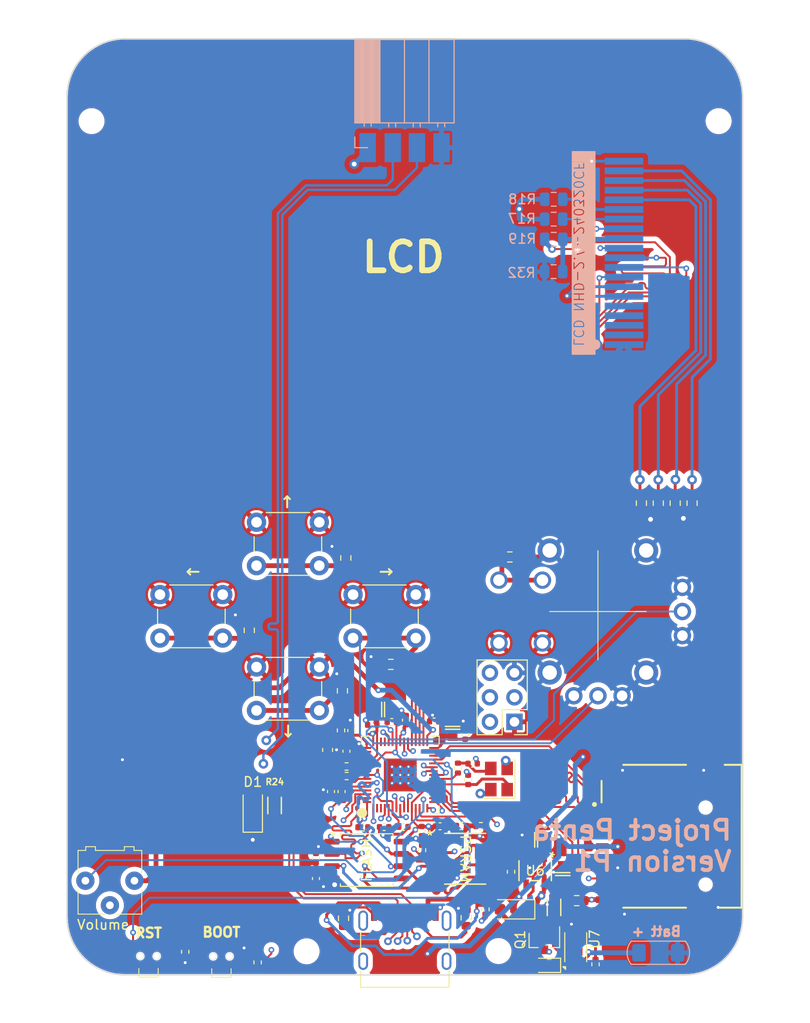
<source format=kicad_pcb>
(kicad_pcb (version 20240108) (generator "pcbnew") (generator_version "8.0")
  (layers (0 "F.Cu" signal) (1 "In1.Cu" signal) (2 "In2.Cu" signal) (31 "B.Cu" signal) (34 "B.Paste" user) (35 "F.Paste" user) (36 "B.SilkS" user "B.Silkscreen") (37 "F.SilkS" user "F.Silkscreen") (38 "B.Mask" user) (39 "F.Mask" user) (44 "Edge.Cuts" user))
  (net 0 "")
  (net 1 "GND")
  (net 2 "Net-(R11-b)")
  (net 3 "SWDIO")
  (net 4 "SWCLK")
  (net 5 "BTN_1")
  (net 6 "BTN_2")
  (net 7 "BTN_3")
  (net 8 "BTN_4")
  (net 9 "Net-(U3-LED-K4)")
  (net 10 "SPI1_NSS")
  (net 11 "SPI1_SCK")
  (net 12 "SPI1_MISO")
  (net 13 "SPI1_MOSI")
  (net 14 "Net-(D3-K)")
  (net 15 "~{D{slash}C}")
  (net 16 "~{RES}")
  (net 17 "Net-(U3-LED-K3)")
  (net 18 "Net-(U3-LED-K2)")
  (net 19 "Net-(U3-LED-K1)")
  (net 24 "+1V1")
  (net 25 "/VREG_AVDD")
  (net 26 "/XIN")
  (net 27 "Net-(C15-Pad1)")
  (net 28 "+5V")
  (net 29 "/RUN")
  (net 30 "Net-(U4-USB_DP)")
  (net 31 "/USB_D+")
  (net 32 "Net-(J1-CC1)")
  (net 33 "Net-(J1-CC2)")
  (net 34 "/USB_D-")
  (net 35 "Net-(U4-USB_DM)")
  (net 36 "/~{USB_BOOT}")
  (net 37 "/QSPI_SS")
  (net 38 "Net-(R7-Pad1)")
  (net 39 "/XOUT")
  (net 40 "Net-(U2-~{CE})")
  (net 41 "/FLASH_SS")
  (net 42 "/CE_PSRAM")
  (net 43 "Net-(LED1-C)")
  (net 44 "Net-(U6-EN)")
  (net 45 "/QSPI_SD0")
  (net 46 "/QSPI_SD2")
  (net 47 "/QSPI_SD1")
  (net 48 "/QSPI_SCLK")
  (net 49 "/QSPI_SD3")
  (net 50 "+BATT")
  (net 58 "GPIO17{slash}SDIO_DAT3")
  (net 59 "GPIO13{slash}CS1{slash}SDIO_DAT1")
  (net 60 "GPIO16{slash}SDIO_DAT2")
  (net 61 "GPIO14{slash}SCK1")
  (net 62 "GPIO15{slash}MOSI1")
  (net 63 "GPIO12{slash}MISO1")
  (net 64 "/VREG_LX")
  (net 66 "BTN_JoyStick")
  (net 68 "TX")
  (net 70 "Net-(D1-A)")
  (net 71 "SDA")
  (net 72 "RX")
  (net 73 "GPIO27_ADC1")
  (net 74 "SCL")
  (net 75 "GPIO26_ADC0")
  (net 76 "+3V3")
  (net 77 "SD_CARD_INSERT")
  (net 78 "Net-(U7-STAT)")
  (net 79 "Net-(U7-PROG)")
  (net 81 "unconnected-(SW1-X-Pad3)_1")
  (net 82 "unconnected-(SW2-X-Pad3)_1")
  (net 83 "SPEAKER")
  (net 85 "Net-(U3-IM1)")
  (net 86 "Net-(U3-IM0)")
  (net 87 "Net-(U4-GPIO21{slash}CS0)")
  (net 88 "Net-(U4-GPIO19)")
  (footprint "Resistor_SMD:R_0603_1608Metric" (layer "F.Cu") (at 157.55 113.3 180)
    (property "Reference" "R10" (hide yes))
    (property "Value" "5.1k")
  )
  (footprint "LED_SMD:LED_0603_1608Metric" (layer "F.Cu") (at 154.4 120 180)
    (property "Reference" "CH" (hide yes))
    (property "Value" "Red_100mcd_0603")
  )
  (footprint "Capacitor_SMD:C_0402_1005Metric" (layer "F.Cu") (at 136.374719 95.094097 180)
    (property "Reference" "C11" (hide yes))
    (property "Value" "4.7u")
  )
  (footprint "Capacitor_SMD:C_0402_1005Metric" (layer "F.Cu") (at 133.2 102 -90)
    (property "Reference" "C6" (hide yes))
    (property "Value" "100n")
  )
  (footprint "Resistor_SMD:R_0603_1608Metric" (layer "F.Cu") (at 146.1 115.075 90)
    (property "Reference" "R3" (hide yes))
    (property "Value" "5.1k")
  )
  (footprint "Resistor_SMD:R_0402_1005Metric" (layer "F.Cu") (at 145.613297 105.553785)
    (property "Reference" "R23" (hide yes))
    (property "Value" "0")
  )
  (footprint "Resistor_SMD:R_0402_1005Metric" (layer "F.Cu") (at 133.721452 100.392857)
    (property "Reference" "R1" (hide yes))
    (property "Value" "27")
  )
  (footprint "common:SHOU HAN TS24CA" (layer "F.Cu") (at 120.75 114.3 180)
    (property "Reference" "BOOT")
    (property "Value" "BOOT")
    (fp_circle (center 0.85 -4.775) (end 1.2 -4.775) (stroke (width 0.05)) (fill none) (layer "Edge.Cuts"))
    (fp_circle (center -0.85 -4.775) (end -0.5 -4.775) (stroke (width 0.05)) (fill none) (layer "Edge.Cuts"))
  )
  (footprint "Resistor_SMD:R_0603_1608Metric" (layer "F.Cu") (at 166 72.125 -90)
    (property "Reference" "R29" (hide yes))
    (property "Value" "22")
  )
  (footprint "Inductor_SMD:L_0603_1608Metric" (layer "F.Cu") (at 131.75 97.691 90)
    (property "Reference" "L1" (hide yes))
    (property "Value" "3.3u")
  )
  (footprint "Package_SO:SOIC-8_5.23x5.23mm_P1.27mm" (layer "F.Cu") (at 135.8 109.095)
    (property "Reference" "U1" (hide yes))
    (property "Value" "W25Q128JVS")
  )
  (footprint "common:joystick-ytlyv13s" (layer "F.Cu") (at 159.75 83.35)
    (property "Reference" "ytlyv13s-joystick1" (hide yes))
    (property "Value" "~")
  )
  (footprint "Capacitor_SMD:C_0402_1005Metric" (layer "F.Cu") (at 134.207 95.681 90)
    (property "Reference" "C13" (hide yes))
    (property "Value" "4.7u")
  )
  (footprint "PCM_4ms_Resistor:R_0603" (layer "F.Cu") (at 155.2 114 90)
    (property "Reference" "R26" (hide yes))
    (property "Value" "2k_0603" (hide yes))
  )
  (footprint "RT9080-33GJ5:TSOT-23-5_RIT" (layer "F.Cu") (at 153.25 110.2 -90)
    (property "Reference" "U6")
    (property "Value" "RT9080-33GJ5")
  )
  (footprint "Diode_SMD:D_SOD-123F" (layer "F.Cu") (at 124 104 90)
    (property "Reference" "D1")
    (property "Value" "PMEG2020EH")
  )
  (footprint "Package_DFN_QFN:DFN-8-1EP_3x2mm_P0.5mm_EP1.7x1.4mm" (layer "F.Cu") (at 157.45 118.125 90)
    (property "Reference" "U7")
    (property "Value" "MCP73831-2-MC")
  )
  (footprint "PCM_4ms_Capacitor:C_0603" (layer "F.Cu") (at 153.35 107 180)
    (property "Reference" "C17" (hide yes))
    (property "Value" "10uF_0603_10V" (hide yes))
  )
  (footprint "Resistor_SMD:R_0402_1005Metric" (layer "F.Cu") (at 145.25 99.567795 90)
    (property "Reference" "R8" (hide yes))
    (property "Value" "1k")
  )
  (footprint "Resistor_SMD:R_0402_1005Metric" (layer "F.Cu") (at 148.1 114.2 -90)
    (property "Reference" "R31" (hide yes))
    (property "Value" "10k_0402")
  )
  (footprint "MountingHole:MountingHole_2.2mm_M2" (layer "F.Cu") (at 107.3 32.55)
    (property "Reference" "REF**" (hide yes))
    (property "Value" "MountingHole_2.2mm_M2")
  )
  (footprint "Resistor_SMD:R_0402_1005Metric" (layer "F.Cu") (at 135.4 105.7)
    (property "Reference" "R21" (hide yes))
    (property "Value" "0")
  )
  (footprint "PCM_4ms_Capacitor:C_0603" (layer "F.Cu") (at 144.7 95.4 90)
    (property "Reference" "C21" (hide yes))
    (property "Value" "10uF_0603_10V" (hide yes))
  )
  (footprint "Resistor_SMD:R_0603_1608Metric" (layer "F.Cu") (at 123.6375 85.3 90)
    (property "Reference" "R13" (hide yes))
    (property "Value" "10k")
  )
  (footprint "Button_Switch_THT:SW_PUSH_6mm" (layer "F.Cu") (at 120.8875 86.1 180)
    (property "Reference" "SW5" (hide yes))
    (property "Value" "BTN_1")
  )
  (footprint "Capacitor_SMD:C_0402_1005Metric" (layer "F.Cu") (at 132.1 102 -90)
    (property "Reference" "C4" (hide yes))
    (property "Value" "100n")
  )
  (footprint "Resistor_SMD:R_0603_1608Metric" (layer "F.Cu") (at 167.75 72.125 -90)
    (property "Reference" "R28" (hide yes))
    (property "Value" "22")
  )
  (footprint "Capacitor_SMD:C_0402_1005Metric" (layer "F.Cu") (at 141.5 106.1 -90)
    (property "Reference" "C5" (hide yes))
    (property "Value" "100n")
  )
  (footprint "TF-01A:TF-01A" (layer "F.Cu") (at 167.3738 106.6298 90)
    (property "Reference" "MICRO_SD1" (hide yes))
    (property "Value" "TF-01A")
  )
  (footprint "Resistor_SMD:R_0603_1608Metric" (layer "F.Cu") (at 169.5 72.125 -90)
    (property "Reference" "R14" (hide yes))
    (property "Value" "22")
  )
  (footprint "Resistor_SMD:R_0402_1005Metric" (layer "F.Cu") (at 150.75 110.31 90)
    (property "Reference" "R27" (hide yes))
    (property "Value" "10k_0402")
  )
  (footprint "MountingHole:MountingHole_2.2mm_M2" (layer "F.Cu") (at 129.575 118.55)
    (property "Reference" "REF**" (hide yes))
    (property "Value" "MountingHole_2.2mm_M2")
  )
  (footprint "common:SHOU HAN TS24CA" (layer "F.Cu") (at 113.2 114.272358 180)
    (property "Reference" "RST")
    (property "Value" "RESET")
    (fp_circle (center 0.85 -4.775) (end 1.2 -4.775) (stroke (width 0.05)) (fill none) (layer "Edge.Cuts"))
    (fp_circle (center -0.85 -4.775) (end -0.5 -4.775) (stroke (width 0.05)) (fill none) (layer "Edge.Cuts"))
  )
  (footprint "Capacitor_SMD:C_0402_1005Metric" (layer "F.Cu") (at 139.866282 94.6 90)
    (property "Reference" "C3" (hide yes))
    (property "Value" "100n")
  )
  (footprint "Capacitor_SMD:C_0402_1005Metric" (layer "F.Cu") (at 137.605634 105.671825 180)
    (property "Reference" "C9" (hide yes))
    (property "Value" "4.7u")
  )
  (footprint "Resistor_SMD:R_0402_1005Metric" (layer "F.Cu") (at 117 118.6 -90)
    (property "Reference" "R7" (hide yes))
    (property "Value" "1k")
  )
  (footprint "Resistor_SMD:R_0603_1608Metric" (layer "F.Cu") (at 138.3 88.825 180)
    (property "Reference" "R12" (hide yes))
    (property "Value" "10k")
  )
  (footprint "Resistor_SMD:R_0402_1005Metric" (layer "F.Cu") (at 141.528169 108.075292 -90)
    (property "Reference" "R22" (hide yes))
    (property "Value" "10k")
  )
  (footprint "Diode_SMD:D_SOD-123F" (layer "F.Cu") (at 151 114.2 180)
    (property "Reference" "D3" (hide yes))
    (property "Value" "PMEG2020EH")
  )
  (footprint "Button_Switch_THT:SW_PUSH_6mm" (layer "F.Cu") (at 130.8875 93.6 180)
    (property "Reference" "SW7" (hide yes))
    (property "Value" "BTN_4")
  )
  (footprint "PCM_4ms_Package_SOT:SOT-23" (layer "F.Cu") (at 154.2 117.4 -90)
    (property "Reference" "Q1")
    (property "Value" "DMG3415U")
  )
  (footprint "Resistor_SMD:R_0402_1005Metric" (layer "F.Cu") (at 133.138 95.664 -90)
    (property "Reference" "R5" (hide yes))
    (property "Value" "33")
  )
  (footprint "RP2350_KiCad-main:RP2350A_QFN-60_EP_7.75x7.75_Pitch0.4mm" (layer "F.Cu") (at 139.275 100.282795 90)
    (property "Reference" "U4" (hide yes))
    (property "Value" "RP2350A-QFN60")
  )
  (footprint "Resistor_SMD:R_0603_1608Metric" (layer "F.Cu") (at 133.284 91.566 90)
    (property "Reference" "R16" (hide yes))
    (property "Value" "10k")
  )
  (footprint "PCM_4ms_Capacitor:C_0603" (layer "F.Cu") (at 137.5 93.5)
    (property "Reference" "C20" (hide yes))
    (property "Value" "10uF_0603_10V" (hide yes))
  )
  (footprint "Button_Switch_THT:SW_PUSH_6mm" (layer "F.Cu") (at 140.8875 86.1 180)
    (property "Reference" "SW4" (hide yes))
    (property "Value" "BTN_3")
  )
  (footprint "PCM_SL_Devices:potentiometer_3362P" (layer "F.Cu") (at 109.2 111.4)
    (property "Reference" "R11")
    (property "Value" "Volume")
  )
  (footprint "MountingHole:MountingHole_2.2mm_M2" (layer "F.Cu") (at 172.25 32.55)
    (property "Reference" "REF**" (hide yes))
    (property "Value" "MountingHole_2.2mm_M2")
  )
  (footprint "Capacitor_SMD:C_0402_1005Metric" (layer "F.Cu") (at 142.78 94.75 180)
    (property "Reference" "C1" (hide yes))
    (property "Value" "100n")
  )
  (footprint "Capacitor_SMD:C_0402_1005Metric" (layer "F.Cu") (at 130.542703 111.011419 -90)
    (property "Reference" "C18" (hide yes))
    (property "Value" "100n")
  )
  (footprint "Capacitor_SMD:C_0402_1005Metric" (layer "F.Cu") (at 130.542703 108.891435 90)
    (property "Reference" "C16" (hide yes))
    (property "Value" "100n")
  )
  (footprint "Resistor_SMD:R_0603_1608Metric" (layer "F.Cu") (at 133.6375 77.8 90)
    (property "Reference" "R15" (hide yes))
    (property "Value" "10k")
  )
  (footprint "Capacitor_SMD:C_0402_1005Metric" (layer "F.Cu") (at 133.7 97.821 90)
    (property "Reference" "C12" (hide yes))
    (property "Value" "4.7u")
  )
  (footprint "Crystal:Crystal_SMD_3225-4Pin_3.2x2.5mm" (layer "F.Cu") (at 149.500001 100.703193 90)
    (property "Reference" "Y1" (hide yes))
    (property "Value" "ABM8-272-T3")
  )
  (footprint "Capacitor_SMD:C_0402_1005Metric" (layer "F.Cu") (at 139.596649 105.658677)
    (property "Reference" "C10" (hide yes))
    (property "Value" "100n")
  )
  (footprint "MountingHole:MountingHole_2.2mm_M2" (layer "F.Cu") (at 149.45 118.525)
    (property "Reference" "REF**" (hide yes))
    (property "Value" "MountingHole_2.2mm_M2")
  )
  (footprint "PCM_4ms_Resistor:R_0603" (layer "F.Cu") (at 126.259268 103.439363 -90)
    (property "Reference" "R24")
    (property "Value" "220R_0603" (hide yes))
  )
  (footprint "Resistor_SMD:R_0603_1608Metric" (layer "F.Cu") (at 150.625 77.7 180)
    (property "Reference" "R9" (hide yes))
    (property "Value" "10k")
  )
  (footprint "Capacitor_SMD:C_0402_1005Metric" (layer "F.Cu") (at 146 96.1 90)
    (property "Reference" "C2" (hide yes))
    (property "Value" "100n")
  )
  (footprint "Connector_PinHeader_2.54mm:PinHeader_2x03_P2.54mm_Vertical" (layer "F.Cu") (at 151.1 94.78 180)
    (property "Reference" "J4" (hide yes))
    (property "Value" "PROG")
  )
  (footprint "common:Speaker_MLT-8530" (layer "F.Cu") (at 110.4 102.2 180)
    (property "Reference" "BZ1" (hide yes))
    (property "Value" "Buzzer_5V")
  )
  (footprint "Capacitor_SMD:C_0402_1005Metric" (layer "F.Cu") (at 146.771165 99.105549)
    (property "Reference" "C15" (hide yes))
    (property "Value" "15p")
  )
  (footprint "Resistor_SMD:R_0402_1005Metric" (layer "F.Cu") (at 159.5 119.9 90)
    (property "Reference" "R25" (hide yes))
    (property "Value" "10k_0402")
  )
  (footprint "Resistor_SMD:R_0402_1005Metric" (layer "F.Cu") (at 147.625756 105.592838 180)
    (property "Reference" "R20" (hide yes))
    (property "Value" "10k")
  )
  (footprint "Capacitor_SMD:C_0402_1005Metric" (layer "F.Cu") (at 143.4 105.6)
    (property "Reference" "C7" (hide yes))
    (property "Value" "100n")
  )
  (footprint "Resistor_SMD:R_0603_1608Metric" (layer "F.Cu") (at 164.25 72.125 -90)
    (property "Reference" "R30" (hide yes))
    (property "Value" "22")
  )
  (footprint "APS6404L-3SQR-SN:APS6404L-3SQR-SN_APY" (layer "F.Cu") (at 145.997903 108.96053)
    (property "Reference" "PSRAM")
    (property "Value" "APS6404L-3SQR-SN")
  )
  (footprint "Connector_USB:USB_C_Receptacle_G-Switch_GT-USB-7010ASV" (layer "F.Cu") (at 139.75 118.5)
    (property "Reference" "J1" (hide yes))
    (property "Value" "USB_C_Receptacle_USB2.0_16P")
  )
  (footprint "Resistor_SMD:R_0402_1005Metric" (layer "F.Cu") (at 124.5 119.7 90)
    (property "Reference" "R6" (hide yes))
    (property "Value" "1k")
  )
  (footprint "Capacitor_SMD:C_0402_1005Metric" (layer "F.Cu") (at 146.306098 100.790879 90)
    (property "Reference" "C14" (hide yes))
    (property "Value" "15p")
  )
  (footprint "Resistor_SMD:R_0402_1005Metric" (layer "F.Cu") (at 133.711131 99.4)
    (property "Reference" "R4" (hide yes))
    (property "Value" "27")
  )
  (footprint "PCM_4ms_Capacitor:C_0603" (layer "F.Cu") (at 156.1 110.55 90)
    (property "Reference" "C19" (hide yes))
    (property "Value" "10uF_0603_10V" (hide yes))
  )
  (footprint "Resistor_SMD:R_0603_1608Metric" (layer "F.Cu") (at 133.4 115.125 90)
    (property "Reference" "R2" (hide yes))
    (property "Value" "5.1k")
  )
  (footprint "Capacitor_SMD:C_0402_1005Metric" (layer "F.Cu") (at 138.4 94.8 180)
    (property "Reference" "C8" (hide yes))
    (property "Value" "100n")
  )
  (footprint "Button_Switch_THT:SW_PUSH_6mm" (layer "F.Cu") (at 130.8875 78.6 180)
    (property "Reference" "SW6" (hide yes))
    (property "Value" "BTN_2")
  )
  (footprint "PCM_4ms_Resistor:R_0805_2012Metric" (layer "B.Cu") (at 155.171714 40.643265)
    (property "Reference" "R18")
    (property "Value" "0")
  )
  (footprint "PCM_4ms_Resistor:R_0805_2012Metric" (layer "B.Cu") (at 155.17155 44.788084)
    (property "Reference" "R19")
    (property "Value" "0")
  )
  (footprint "PCM_4ms_Resistor:R_0805_2012Metric" (layer "B.Cu") (at 155.167555 42.703142)
    (property "Reference" "R17")
    (property "Value" "0")
  )
  (footprint "PCM_4ms_Resistor:R_0805_2012Metric" (layer "B.Cu") (at 155.161076 48.140437 180)
    (property "Reference" "R32")
    (property "Value" "0")
  )
  (footprint "stopwatchy_library:NHD-2.4-240320CF-BSXV-F" (layer "B.Cu") (at 162.45 45.7 90)
    (property "Reference" "U3" (hide yes))
    (property "Value" "NHD-2.4-240320CF-BSXV-F")
  )
  (footprint "PCM_Capacitor_SMD_AKL:C_1806_4516Metric" (layer "B.Cu") (at 166 118.7)
    (property "Reference" "C22" (hide yes))
    (property "Value" "C_1806" (hide yes))
  )
  (footprint "Connector_PinSocket_2.54mm:PinSocket_1x04_P2.54mm_Horizontal" (layer "B.Cu") (at 135.9 34.19 -90)
    (property "Reference" "J2" (hide yes))
    (property "Value" "PINHD_1x4_Female")
  )
  (gr_line (start 110.75 24) (end 168.75 24) (stroke (width 0.1)) (layer "Edge.Cuts"))
  (gr_line (start 104.75 30) (end 104.75 115) (stroke (width 0.1)) (layer "Edge.Cuts"))
  (gr_arc (start 104.75 30) (mid 106.507359 25.757359) (end 110.75 24) (stroke (width 0.1)) (layer "Edge.Cuts"))
  (gr_line (start 110.75 121) (end 168.75 121) (stroke (width 0.1)) (layer "Edge.Cuts"))
  (gr_arc (start 174.75 115) (mid 172.992641 119.242641) (end 168.75 121) (stroke (width 0.1)) (layer "Edge.Cuts"))
  (gr_line (start 174.75 115) (end 174.75 30) (stroke (width 0.1)) (layer "Edge.Cuts"))
  (gr_arc (start 168.75 24) (mid 172.992641 25.757359) (end 174.75 30) (stroke (width 0.1)) (layer "Edge.Cuts"))
  (gr_arc (start 110.75 121) (mid 106.507359 119.242641) (end 104.75 115) (stroke (width 0.1)) (layer "Edge.Cuts"))
  (gr_text "Batt +" (at 165.8 116.5 0) (layer "B.SilkS") (effects (font (size 1 1) (thickness 0.25) (bold yes)) (justify mirror)))
  (gr_text "Project Penta \nVersion P1" (at 173.8 110.4 0) (layer "B.SilkS") (effects (font (size 2 2) (thickness 0.4) (bold yes)) (justify left bottom mirror)))
  (gr_text "FLASH" (at 135.8 109.095 90) (layer "F.SilkS") (effects (font (size 1 1))))
  (gr_text "→" (at 136.75 80 0) (layer "F.SilkS") (effects (font (size 1.5 1.5) (thickness 0.2) (bold yes)) (justify left bottom)))
  (gr_text "LCD" (at 135 48.4 0) (layer "F.SilkS") (effects (font (size 3 3) (thickness 0.6) (bold yes)) (justify left bottom)))
  (gr_text "↓" (at 126.6 96.5 0) (layer "F.SilkS") (effects (font (size 1.5 1.5) (thickness 0.2) (bold yes)) (justify left bottom)))
  (gr_text "↑" (at 126.5 72.75 0) (layer "F.SilkS") (effects (font (size 1.5 1.5) (thickness 0.2) (bold yes)) (justify left bottom)))
  (gr_text "←" (at 116.75 80 0) (layer "F.SilkS") (effects (font (size 1.5 1.5) (thickness 0.2) (bold yes)) (justify left bottom)))
  (segment (start 152.7 109.9) (end 153.25 109.35) (width 0.3) (layer "F.Cu") (net 1))
  (segment (start 132.475 111.275) (end 132.2 111) (width 0.3) (layer "F.Cu") (net 1))
  (segment (start 137.05 88.825) (end 137.625 88.825) (width 0.5) (layer "F.Cu") (net 1))
  (segment (start 147.251165 99.105549) (end 147.251165 98.751165) (width 0.3) (layer "F.Cu") (net 1))
  (segment (start 160.9738 114.6184) (end 162.4184 114.6184) (width 0.3) (layer "F.Cu") (net 1))
  (segment (start 146 95.62) (end 146 94.9) (width 0.3) (layer "F.Cu") (net 1))
  (segment (start 110.5 98.7) (end 113.903252 98.7) (width 0.5) (layer "F.Cu") (net 1))
  (segment (start 110.5 98.7) (end 106.902364 98.7) (width 0.5) (layer "F.Cu") (net 1))
  (segment (start 130.899166 111.847882) (end 130.542703 111.491419) (width 0.3) (layer "F.Cu") (net 1))
  (segment (start 146.306098 100.106098) (end 146.15 99.95) (width 0.3) (layer "F.Cu") (net 1))
  (segment (start 133.284 90.384) (end 132.7 89.8) (width 0.5) (layer "F.Cu") (net 1))
  (segment (start 162.4184 114.6184) (end 162.5 114.7) (width 0.3) (layer "F.Cu") (net 1))
  (segment (start 162.0686 99.5686) (end 162.3 99.8) (width 0.3) (layer "F.Cu") (net 1))
  (segment (start 145.65 94.55) (end 145.8 94.7) (width 0.3) (layer "F.Cu") (net 1))
  (segment (start 131.307074 101.808875) (end 131.978199 102.48) (width 0.3) (layer "F.Cu") (net 1))
  (segment (start 146.15 99.95) (end 146.1 99.9) (width 0.3) (layer "F.Cu") (net 1))
  (segment (start 148.1 114.71) (end 148.1 114.998094) (width 0.5) (layer "F.Cu") (net 1))
  (segment (start 135 97.1) (end 135 97.782795) (width 0.2) (layer "F.Cu") (net 1))
  (segment (start 132.2 76.6) (end 133.2625 76.6) (width 0.5) (layer "F.Cu") (net 1))
  (segment (start 122.975 118.075) (end 123.1 118.2) (width 0.5) (layer "F.Cu") (net 1))
  (segment (start 122.8625 83.7) (end 123.6375 84.475) (width 0.5) (layer "F.Cu") (net 1))
  (segment (start 160.9738 99.5686) (end 162.0686 99.5686) (width 0.3) (layer "F.Cu") (net 1))
  (segment (start 106.902364 98.7) (end 106.825781 98.623417) (width 0.5) (layer "F.Cu") (net 1))
  (segment (start 113.903252 98.7) (end 113.975214 98.628038) (width 0.5) (layer "F.Cu") (net 1))
  (segment (start 134.099999 94.6) (end 134.099999 95.093999) (width 0.3) (layer "F.Cu") (net 1))
  (segment (start 132.675 97.675) (end 132.7 97.65) (width 0.2) (layer "F.Cu") (net 1))
  (segment (start 143.399728 110.942105) (end 143.323153 110.86553) (width 0.5) (layer "F.Cu") (net 1))
  (segment (start 154.65 113.7) (end 155.2 113.15) (width 0.3) (layer "F.Cu") (net 1))
  (segment (start 142.95 114.45) (end 143.4 114) (width 0.25) (layer "F.Cu") (net 1))
  (segment (start 133.284 90.741) (end 133.284 90.384) (width 0.5) (layer "F.Cu") (net 1))
  (segment (start 154.075 77.7) (end 154.75 77.025) (width 0.5) (layer "F.Cu") (net 1))
  (segment (start 138.55 93.6) (end 139.4 93.6) (width 0.3) (layer "F.Cu") (net 1))
  (segment (start 135 97.782795) (end 135.1 97.882795) (width 0.2) (layer "F.Cu") (net 1))
  (segment (start 147.56656 102.2104) (end 148.242794 102.2104) (width 0.5) (layer "F.Cu") (net 1))
  (segment (start 144.7 94.55) (end 145.65 94.55) (width 0.3) (layer "F.Cu") (net 1))
  (segment (start 139.4 93.653718) (end 139.866282 94.12) (width 0.3) (layer "F.Cu") (net 1))
  (segment (start 141.216127 106.863873) (end 141.5 106.58) (width 0.3) (layer "F.Cu") (net 1))
  (segment (start 132.1 102.48) (end 133.2 102.48) (width 0.3) (layer "F.Cu") (net 1))
  (segment (start 170.6738 98.7936) (end 170.6738 99.7738) (width 0.3) (layer "F.Cu") (net 1))
  (segment (start 167.85 72.95) (end 168.6 73.7) (width 0.3) (layer "F.Cu") (net 1))
  (segment (start 154.5 113.7) (end 154.65 113.7) (width 0.3) (layer "F.Cu") (net 1))
  (segment (start 142.3 94.403628) (end 142.3 94.75) (width 0.3) (layer "F.Cu") (net 1))
  (segment (start 157.006649 115.737409) (end 157.247505 115.737409) (width 0.3) (layer "F.Cu") (net 1))
  (segment (start 140.08 105.6) (end 140.08 105.764262) (width 0.3) (layer "F.Cu") (net 1))
  (segment (start 117 119.725) (end 117 119.11) (width 0.5) (layer "F.Cu") (net 1))
  (segment (start 166 73) (end 165.2 73.8) (width 0.3) (layer "F.Cu") (net 1))
  (segment (start 122.45 118.075) (end 122.975 118.075) (width 0.5) (layer "F.Cu") (net 1))
  (segment (start 135.894719 94.794719) (end 135.7 94.6) (width 0.3) (layer "F.Cu") (net 1))
  (segment (start 131.322155 111.847882) (end 130.899166 111.847882) (width 0.3) (layer "F.Cu") (net 1))
  (segment (start 137.12 106.22) (end 137.12 105.6) (width 0.3) (layer "F.Cu") (net 1))
  (segment (start 153.25 109.35) (end 153.25 108.82205) (width 0.3) (layer "F.Cu") (net 1))
  (segment (start 133.2625 76.6) (end 133.6375 76.975) (width 0.5) (layer "F.Cu") (net 1))
  (segment (start 135.775 114) (end 136.55 114.775) (width 0.25) (layer "F.Cu") (net 1))
  (segment (start 150.2 98.8) (end 150.2 99.453192) (width 0.5) (layer "F.Cu") (net 1))
  (segment (start 160.2 109.9) (end 161.8 109.9) (width 0.3) (layer "F.Cu") (net 1))
  (segment (start 170.6738 99.7738) (end 170.7 99.8) (width 0.3) (layer "F.Cu") (net 1))
  (segment (start 140.881533 106.863873) (end 141.216127 106.863873) (width 0.3) (layer "F.Cu") (net 1))
  (segment (start 122.2 83.7) (end 122.8625 83.7) (width 0.5) (layer "F.Cu") (net 1))
  (segment (start 167.75 72.95) (end 167.85 72.95) (width 0.3) (layer "F.Cu") (net 1))
  (segment (start 134.05 114.290656) (end 133.409344 114.290656) (width 0.5) (layer "F.Cu") (net 1))
  (segment (start 133.391 97.65) (end 133.7 97.341) (width 0.2) (layer "F.Cu") (net 1))
  (segment (start 171.2922 114) (end 170.6738 114.6184) (width 0.3) (layer "F.Cu") (net 1))
  (segment (start 147.2 98.7) (end 147.1 98.6) (width 0.3) (layer "F.Cu") (net 1))
  (segment (start 130.8 107.7) (end 130.8 108.154138) (width 0.3) (layer "F.Cu") (net 1))
  (segment (start 136.25 88.025) (end 137.05 88.825) (width 0.5) (layer "F.Cu") (net 1))
  (segment (start 164.35 72.95) (end 165.2 73.8) (width 0.3) (layer "F.Cu") (net 1))
  (segment (start 151.45 77.7) (end 154.075 77.7) (width 0.5) (layer "F.Cu") (net 1))
  (segment (start 164.25 72.95) (end 164.35 72.95) (width 0.3) (layer "F.Cu") (net 1))
  (segment (start 143.88 105.746842) (end 143.88 105.6) (width 0.5) (layer "F.Cu") (net 1))
  (segment (start 137.313194 106.413194) (end 137.12 106.22) (width 0.3) (layer "F.Cu") (net 1))
  (segment (start 134.05 114.290656) (end 134.340656 114) (width 0.25) (layer "F.Cu") (net 1))
  (segment (start 157.247505 115.737409) (end 157.7 116.189904) (width 0.3) (layer "F.Cu") (net 1))
  (segment (start 140.08 105.764262) (end 139.431068 106.413194) (width 0.3) (layer "F.Cu") (net 1))
  (segment (start 131.978199 102.48) (end 132.1 102.48) (width 0.3) (layer "F.Cu") (net 1))
  (segment (start 155.810662 109.7) (end 156.1 109.7) (width 0.5) (layer "F.Cu") (net 1))
  (segment (start 146 94.9) (end 145.8 94.7) (width 0.3) (layer "F.Cu") (net 1))
  (segment (start 139.4 93.6) (end 139.4 93.653718) (width 0.3) (layer "F.Cu") (net 1))
  (segment (start 130.8 108.154138) (end 130.542703 108.411435) (width 0.3) (layer "F.Cu") (net 1))
  (segment (start 132.7 97.65) (end 133.391 97.65) (width 0.2) (layer "F.Cu") (net 1))
  (segment (start 137.92 94.8) (end 137.92 94.23) (width 0.3) (layer "F.Cu") (net 1))
  (segment (start 147.251165 98.751165) (end 147.2 98.7) (width 0.3) (layer "F.Cu") (net 1))
  (segment (start 172.2 114) (end 171.2922 114) (width 0.3) (layer "F.Cu") (net 1))
  (segment (start 124 105.4) (end 124 107) (width 0.5) (layer "F.Cu") (net 1))
  (segment (start 142.95 114.775) (end 142.95 114.45) (width 0.25) (layer "F.Cu") (net 1))
  (segment (start 135.894719 95.094097) (end 135.894719 94.794719) (width 0.3) (layer "F.Cu") (net 1))
  (segment (start 132.475 111.65) (end 132.475 111.275) (width 0.3) (layer "F.Cu") (net 1))
  (segment (start 148.242794 102.2104) (end 148.650001 101.803193) (width 0.5) (layer "F.Cu") (net 1))
  (segment (start 155.155331 110.355331) (end 155.810662 109.7) (width 0.5) (layer "F.Cu") (net 1))
  (segment (start 137.92 94.23) (end 138.55 93.6) (width 0.3) (layer "F.Cu") (net 1))
  (segment (start 145.3 114.1) (end 145.95 114.1) (width 0.25) (layer "F.Cu") (net 1))
  (segment (start 145.95 114.1) (end 146.1 114.25) (width 0.25) (layer "F.Cu") (net 1))
  (segment (start 148.1 114.998094) (end 147.7 115.398094) (width 0.5) (layer "F.Cu") (net 1))
  (segment (start 146.306098 100.310879) (end 146.306098 100.106098) (width 0.3) (layer "F.Cu") (net 1))
  (segment (start 169.5 72.95) (end 169.35 72.95) (width 0.3) (layer "F.Cu") (net 1))
  (segment (start 145.155262 110.942105) (end 143.399728 110.942105) (width 0.5) (layer "F.Cu") (net 1))
  (segment (start 139.431068 106.413194) (end 137.313194 106.413194) (width 0.3) (layer "F.Cu") (net 1))
  (segment (start 166 72.95) (end 166 73) (width 0.3) (layer "F.Cu") (net 1))
  (segment (start 133.409344 114.290656) (end 133.4 114.3) (width 0.5) (layer "F.Cu") (net 1))
  (segment (start 144.325263 106.192105) (end 143.88 105.746842) (width 0.5) (layer "F.Cu") (net 1))
  (segment (start 157.7 116.189904) (end 157.7 116.675) (width 0.3) (layer "F.Cu") (net 1))
  (segment (start 142.618372 94.085256) (end 142.3 94.403628) (width 0.3) (layer "F.Cu") (net 1))
  (segment (start 169.35 72.95) (end 168.6 73.7) (width 0.3) (layer "F.Cu") (net 1))
  (segment (start 134.099999 95.093999) (end 134.207 95.201) (width 0.3) (layer "F.Cu") (net 1))
  (segment (start 150.2 99.453192) (end 150.350001 99.603193) (width 0.5) (layer "F.Cu") (net 1))
  (segment (start 134.340656 114) (end 135.775 114) (width 0.25) (layer "F.Cu") (net 1))
  (segment (start 135.1 97.882795) (end 135.8375 97.882795) (width 0.2) (layer "F.Cu") (net 1))
  (via (at 152.7 109.9) (size 0.6) (drill 0.3) (layers "F.Cu" "B.Cu") (net 1))
  (via (at 165.2 73.8) (size 1) (drill 0.5) (layers "F.Cu" "B.Cu") (net 1))
  (via (at 139.4 93.6) (size 0.6) (drill 0.3) (layers "F.Cu" "B.Cu") (net 1))
  (via (at 130.8 107.7) (size 0.6) (drill 0.3) (layers "F.Cu" "B.Cu") (net 1))
  (via (at 134.05 114.290656) (size 0.6) (drill 0.3) (layers "F.Cu" "B.Cu") (net 1))
  (via (at 151.9 106.5) (size 0.6) (drill 0.3) (layers "F.Cu" "B.Cu") (net 1))
  (via (at 162.5 114.7) (size 0.6) (drill 0.3) (layers "F.Cu" "B.Cu") (net 1))
  (via (at 145.155262 110.942105) (size 0.6) (drill 0.3) (layers "F.Cu" "B.Cu") (net 1))
  (via (at 144.325263 106.192105) (size 0.6) (drill 0.3) (layers "F.Cu" "B.Cu") (net 1))
  (via (at 147.7 115.398094) (size 0.6) (drill 0.3) (layers "F.Cu" "B.Cu") (net 1))
  (via (at 155.155331 110.355331) (size 0.6) (drill 0.3) (layers "F.Cu" "B.Cu") (net 1))
  (via (at 117 119.725) (size 0.6) (drill 0.3) (layers "F.Cu" "B.Cu") (net 1))
  (via (at 131.322155 111.847882) (size 0.6) (drill 0.3) (layers "F.Cu" "B.Cu") (net 1))
  (via (at 146.15 99.95) (size 0.6) (drill 0.3) (layers "F.Cu" "B.Cu") (net 1))
  (via (at 150.2 98.8) (size 1) (drill 0.5) (layers "F.Cu" "B.Cu") (net 1))
  (via (at 154.5 113.7) (size 0.6) (drill 0.3) (layers "F.Cu" "B.Cu") (net 1))
  (via (at 142.618372 94.085256) (size 0.6) (drill 0.3) (layers "F.Cu" "B.Cu") (net 1))
  (via (at 135 97.050526) (size 0.6) (drill 0.3) (layers "F.Cu" "B.Cu") (net 1))
  (via (at 110.5 98.7) (size 0.6) (drill 0.3) (layers "F.Cu" "B.Cu") (net 1))
  (via (at 124 107) (size 0.8) (drill 0.4) (layers "F.Cu" "B.Cu") (net 1))
  (via (at 132.475 111.65) (size 1) (drill 0.5) (layers "F.Cu" "B.Cu") (net 1))
  (via (at 143.4 114) (size 0.6) (drill 0.3) (layers "F.Cu" "B.Cu") (net 1))
  (via (at 134.099999 94.6) (size 0.6) (drill 0.3) (layers "F.Cu" "B.Cu") (net 1))
  (via (at 122.2 83.7) (size 0.6) (drill 0.3) (layers "F.Cu" "B.Cu") (net 1))
  (via (at 147.56656 102.2104) (size 1) (drill 0.5) (layers "F.Cu" "B.Cu") (net 1))
  (via (at 131.307074 101.808875) (size 0.6) (drill 0.3) (layers "F.Cu" "B.Cu") (net 1))
  (via (at 147.1 98.6) (size 0.6) (drill 0.3) (layers "F.Cu" "B.Cu") (net 1))
  (via (at 145.8 94.7) (size 0.6) (drill 0.3) (layers "F.Cu" "B.Cu") (net 1))
  (via (at 172.2 114) (size 0.6) (drill 0.3) (layers "F.Cu" "B.Cu") (net 1))
  (via (at 140.881533 106.863873) (size 0.6) (drill 0.3) (layers "F.Cu" "B.Cu") (net 1))
  (via (at 123.1 118.2) (size 0.6) (drill 0.3) (layers "F.Cu" "B.Cu") (net 1))
  (via (at 162.3 99.8) (size 0.6) (drill 0.3) (layers "F.Cu" "B.Cu") (net 1))
  (via (at 145.3 114.1) (size 0.6) (drill 0.3) (layers "F.Cu" "B.Cu") (net 1))
  (via (at 170.7 99.8) (size 0.6) (drill 0.3) (layers "F.Cu" "B.Cu") (net 1))
  (via (at 132.675 97.675) (size 0.6) (drill 0.3) (layers "F.Cu" "B.Cu") (net 1))
  (via (at 161.8 109.9) (size 0.6) (drill 0.3) (layers "F.Cu" "B.Cu") (net 1))
  (via (at 132.2 76.6) (size 0.6) (drill 0.3) (layers "F.Cu" "B.Cu") (net 1))
  (via (at 137.493666 106.517106) (size 0.6) (drill 0.3) (layers "F.Cu" "B.Cu") (net 1))
  (via (at 168.6 73.7) (size 1) (drill 0.5) (layers "F.Cu" "B.Cu") (net 1))
  (via (at 136.25 88.025) (size 0.6) (drill 0.3) (layers "F.Cu" "B.Cu") (net 1))
  (via (at 157.006649 115.737409) (size 0.6) (drill 0.3) (layers "F.Cu" "B.Cu") (net 1))
  (via (at 135.7 94.6) (size 0.6) (drill 0.3) (layers "F.Cu" "B.Cu") (net 1))
  (via (at 132.7 89.8) (size 0.6) (drill 0.3) (layers "F.Cu" "B.Cu") (net 1))
  (segment (start 131.307074 101.808875) (end 133.491125 101.808875) (width 0.3) (layer "B.Cu") (net 1))
  (segment (start 133.491125 101.808875) (end 135 100.3) (width 0.3) (layer "B.Cu") (net 1))
  (segment (start 135 100.3) (end 135 97.050526) (width 0.3) (layer "B.Cu") (net 1))
  (segment (start 113.975933 105.772005) (end 113.97662 105.772692) (width 0.5) (layer "F.Cu") (net 2))
  (segment (start 113.97662 105.772692) (end 113.97662 110.32338) (width 0.5) (layer "F.Cu") (net 2))
  (segment (start 106.81727 105.772005) (end 113.975933 105.772005) (width 0.5) (layer "F.Cu") (net 2))
  (segment (start 113.97662 110.32338) (end 113.06 111.24) (width 0.5) (layer "F.Cu") (net 2))
  (segment (start 113.06 111.24) (end 111.74 111.24) (width 0.5) (layer "F.Cu") (net 2))
  (segment (start 141.882795 99.482795) (end 141.7 99.3) (width 0.2) (layer "F.Cu") (net 3))
  (segment (start 142.7125 99.482795) (end 141.882795 99.482795) (width 0.2) (layer "F.Cu") (net 3))
  (via (at 141.7 99.3) (size 0.6) (drill 0.3) (layers "F.Cu" "B.Cu") (net 3))
  (segment (start 142.7125 99.882795) (end 141.99519 99.882795) (width 0.2) (layer "F.Cu") (net 4))
  (segment (start 141.99519 99.882795) (end 141.718368 100.159617) (width 0.2) (layer "F.Cu") (net 4))
  (via (at 141.718368 100.159617) (size 0.6) (drill 0.3) (layers "F.Cu" "B.Cu") (net 4))
  (segment (start 123.6375 86.125) (end 120.9125 86.125) (width 0.5) (layer "F.Cu") (net 5))
  (segment (start 120.9125 86.125) (end 120.8875 86.1) (width 0.5) (layer "F.Cu") (net 5))
  (segment (start 140.075 102.725) (end 140.3 102.5) (width 0.2) (layer "F.Cu") (net 5))
  (segment (start 140.075 103.720295) (end 140.075 102.725) (width 0.2) (layer "F.Cu") (net 5))
  (segment (start 114.3875 86.1) (end 120.8875 86.1) (width 0.5) (layer "F.Cu") (net 5))
  (via (at 140.267351 102.484119) (size 0.6) (drill 0.3) (layers "F.Cu" "B.Cu") (net 5))
  (segment (start 130.8875 78.6) (end 133.6125 78.6) (width 0.5) (layer "F.Cu") (net 6))
  (segment (start 133.6125 78.6) (end 133.6375 78.625) (width 0.5) (layer "F.Cu") (net 6))
  (segment (start 124.3875 78.6) (end 130.8875 78.6) (width 0.5) (layer "F.Cu") (net 6))
  (segment (start 139.475001 102.792896) (end 139.675 102.992895) (width 0.2) (layer "F.Cu") (net 6))
  (segment (start 139.675 102.992895) (end 139.675 103.720295) (width 0.2) (layer "F.Cu") (net 6))
  (via (at 139.475001 102.792896) (size 0.6) (drill 0.3) (layers "F.Cu" "B.Cu") (net 6))
  (segment (start 139.875 104.657797) (end 139.475002 104.657797) (width 0.2) (layer "F.Cu") (net 7))
  (segment (start 140.8875 87.0625) (end 139.125 88.825) (width 0.5) (layer "F.Cu") (net 7))
  (segment (start 134.3875 86.1) (end 140.8875 86.1) (width 0.5) (layer "F.Cu") (net 7))
  (segment (start 139.275 104.457795) (end 139.275 103.720295) (width 0.2) (layer "F.Cu") (net 7))
  (segment (start 140.8875 86.1) (end 140.8875 87.0625) (width 0.5) (layer "F.Cu") (net 7))
  (segment (start 139.475002 104.657797) (end 139.275 104.457795) (width 0.2) (layer "F.Cu") (net 7))
  (via (at 139.875 104.657797) (size 0.6) (drill 0.3) (layers "F.Cu" "B.Cu") (net 7))
  (segment (start 137.9 103.575) (end 137.9 98.914215) (width 0.2) (layer "B.Cu") (net 7))
  (segment (start 135.1 96.114215) (end 135.1 86.8125) (width 0.2) (layer "B.Cu") (net 7))
  (segment (start 135.1 86.8125) (end 134.3875 86.1) (width 0.2) (layer "B.Cu") (net 7))
  (segment (start 139.875 104.657797) (end 138.982797 104.657797) (width 0.2) (layer "B.Cu") (net 7))
  (segment (start 138.982797 104.657797) (end 137.9 103.575) (width 0.2) (layer "B.Cu") (net 7))
  (segment (start 137.9 98.914215) (end 135.1 96.114215) (width 0.2) (layer "B.Cu") (net 7))
  (segment (start 132.0965 92.391) (end 130.8875 93.6) (width 0.5) (layer "F.Cu") (net 8))
  (segment (start 138.696406 102.482795) (end 138.875 102.661389) (width 0.2) (layer "F.Cu") (net 8))
  (segment (start 138.875 102.661389) (end 138.875 103.720295) (width 0.2) (layer "F.Cu") (net 8))
  (segment (start 138.696406 102.482795) (end 138.7 102.486389) (width 0.2) (layer "F.Cu") (net 8))
  (segment (start 124.3875 93.6) (end 130.8875 93.6) (width 0.5) (layer "F.Cu") (net 8))
  (segment (start 138.7 102.486389) (end 138.7 102.6) (width 0.2) (layer "F.Cu") (net 8))
  (segment (start 133.284 92.391) (end 132.0965 92.391) (width 0.5) (layer "F.Cu") (net 8))
  (via (at 138.696406 102.482795) (size 0.6) (drill 0.3) (layers "F.Cu" "B.Cu") (net 8))
  (segment (start 169.5 69.7) (end 169.5 71.3) (width 0.3) (layer "F.Cu") (net 9))
  (via (at 169.5 69.7) (size 1) (drill 0.5) (layers "F.Cu" "B.Cu") (net 9))
  (segment (start 171.4 57.2) (end 169.7 58.9) (width 0.3) (layer "B.Cu") (net 9))
  (segment (start 162.45 37.7) (end 168.414213 37.7) (width 0.3) (layer "B.Cu") (net 9))
  (segment (start 169.5 59.2) (end 169.5 69.7) (width 0.3) (layer "B.Cu") (net 9))
  (segment (start 169.5 59.1) (end 169.5 59.2) (width 0.3) (layer "B.Cu") (net 9))
  (segment (start 168.414213 37.7) (end 171.4 40.685787) (width 0.3) (layer "B.Cu") (net 9))
  (segment (start 171.4 40.685787) (end 171.4 43.5) (width 0.3) (layer "B.Cu") (net 9))
  (segment (start 169.7 58.9) (end 169.5 59.1) (width 0.3) (layer "B.Cu") (net 9))
  (segment (start 171.4 43.5) (end 171.4 57.2) (width 0.3) (layer "B.Cu") (net 9))
  (segment (start 162.361916 44.788084) (end 162.45 44.7) (width 0.5) (layer "B.Cu") (net 10))
  (segment (start 156.10905 48.129963) (end 156.098576 48.140437) (width 0.5) (layer "B.Cu") (net 10))
  (segment (start 156.10905 44.788084) (end 156.10905 48.129963) (width 0.5) (layer "B.Cu") (net 10))
  (segment (start 156.10905 44.788084) (end 162.361916 44.788084) (width 0.5) (layer "B.Cu") (net 10))
  (segment (start 166.8 46.8) (end 166.8 47.3) (width 0.2) (layer "F.Cu") (net 11))
  (segment (start 140.875 95.573102) (end 140.875 96.845295) (width 0.2) (layer "F.Cu") (net 11))
  (segment (start 140.876282 91.138426) (end 140.876282 95.57182) (width 0.2) (layer "F.Cu") (net 11))
  (segment (start 143.2 88.814708) (end 140.876282 91.138426) (width 0.2) (layer "F.Cu") (net 11))
  (segment (start 165.8 46.7) (end 166.7 46.7) (width 0.2) (layer "F.Cu") (net 11))
  (segment (start 143.2 69.465686) (end 143.2 88.814708) (width 0.2) (layer "F.Cu") (net 11))
  (segment (start 140.876282 95.57182) (end 140.875 95.573102) (width 0.2) (layer "F.Cu") (net 11))
  (segment (start 163.626 49.9) (end 163.48 49.9) (width 0.2) (layer "F.Cu") (net 11))
  (segment (start 163.48 49.9) (end 162.765686 49.9) (width 0.2) (layer "F.Cu") (net 11))
  (segment (start 162.282843 50.382843) (end 143.2 69.465686) (width 0.2) (layer "F.Cu") (net 11))
  (segment (start 164.648 49.608) (end 164.648 49.592) (width 0.2) (layer "F.Cu") (net 11))
  (segment (start 165.816 49.3) (end 165.67 49.3) (width 0.2) (layer "F.Cu") (net 11))
  (segment (start 166.8 48.614) (end 166.8 48.76) (width 0.2) (layer "F.Cu") (net 11))
  (segment (start 162.2 47.884) (end 162.2 48.03) (width 0.2) (layer "F.Cu") (net 11))
  (segment (start 166.508 47.592) (end 162.492 47.592) (width 0.2) (layer "F.Cu") (net 11))
  (segment (start 166.7 46.7) (end 166.8 46.8) (width 0.2) (layer "F.Cu") (net 11))
  (segment (start 162.492 48.322) (end 166.508 48.322) (width 0.2) (layer "F.Cu") (net 11))
  (segment (start 164.356 49.3) (end 164.21 49.3) (width 0.2) (layer "F.Cu") (net 11))
  (segment (start 165.086 49.9) (end 164.94 49.9) (width 0.2) (layer "F.Cu") (net 11))
  (segment (start 162.765686 49.9) (end 162.282843 50.382843) (width 0.2) (layer "F.Cu") (net 11))
  (segment (start 165.8 46.7) (end 165.7 46.7) (width 0.2) (layer "F.Cu") (net 11))
  (segment (start 166.8 48.76) (end 166.8 49.5) (width 0.2) (layer "F.Cu") (net 11))
  (segment (start 166.8 49.5) (end 166.4 49.9) (width 0.2) (layer "F.Cu") (net 11))
  (segment (start 166.108 49.608) (end 166.108 49.592) (width 0.2) (layer "F.Cu") (net 11))
  (segment (start 165.378 49.592) (end 165.378 49.608) (width 0.2) (layer "F.Cu") (net 11))
  (segment (start 163.918 49.592) (end 163.918 49.608) (width 0.2) (layer "F.Cu") (net 11))
  (via (at 165.8 46.7) (size 0.6) (drill 0.3) (layers "F.Cu" "B.Cu") (net 11))
  (arc (start 166.4 49.9) (mid 166.193525 49.814475) (end 166.108 49.608) (width 0.2) (layer "F.Cu") (net 11))
  (arc (start 166.8 47.3) (mid 166.714475 47.506475) (end 166.508 47.592) (width 0.2) (layer "F.Cu") (net 11))
  (arc (start 163.918 49.608) (mid 163.832475 49.814475) (end 163.626 49.9) (width 0.2) (layer "F.Cu") (net 11))
  (arc (start 164.648 49.592) (mid 164.562475 49.385525) (end 164.356 49.3) (width 0.2) (layer "F.Cu") (net 11))
  (arc (start 166.108 49.592) (mid 166.022475 49.385525) (end 165.816 49.3) (width 0.2) (layer "F.Cu") (net 11))
  (arc (start 164.94 49.9) (mid 164.733525 49.814475) (end 164.648 49.608) (width 0.2) (layer "F.Cu") (net 11))
  (arc (start 166.508 48.322) (mid 166.714475 48.407525) (end 166.8 48.614) (width 0.2) (layer "F.Cu") (net 11))
  (arc (start 165.378 49.608) (mid 165.292475 49.814475) (end 165.086 49.9) (width 0.2) (layer "F.Cu") (net 11))
  (arc (start 162.2 48.03) (mid 162.285525 48.236475) (end 162.492 48.322) (width 0.2) (layer "F.Cu") (net 11))
  (arc (start 162.492 47.592) (mid 162.285525 47.677525) (end 162.2 47.884) (width 0.2) (layer "F.Cu") (net 11))
  (arc (start 165.67 49.3) (mid 165.463525 49.385525) (end 165.378 49.592) (width 0.2) (layer "F.Cu") (net 11))
  (arc (start 164.21 49.3) (mid 164.003525 49.385525) (end 163.918 49.592) (width 0.2) (layer "F.Cu") (net 11))
  (segment (start 165.8 46.7) (end 162.45 46.7) (width 0.2) (layer "B.Cu") (net 11))
  (segment (start 158.589388 55.207673) (end 158.504535 55.292524) (width 0.2) (layer "F.Cu") (net 12))
  (segment (start 155.958945 57.838114) (end 155.958944 57.838114) (width 0.2) (layer "F.Cu") (net 12))
  (segment (start 154.997276 59.761449) (end 154.68615 59.450323) (width 0.2) (layer "F.Cu") (net 12))
  (segment (start 168.9 48.531372) (end 166.731372 50.7) (width 0.2) (layer "F.Cu") (net 12))
  (segment (start 141.675 95.904474) (end 141.675 96.845295) (width 0.2) (layer "F.Cu") (net 12))
  (segment (start 154.065449 59.731609) (end 144 69.797058) (width 0.2) (layer "F.Cu") (net 12))
  (segment (start 156.807474 57.328996) (end 157.118601 57.640123) (width 0.2) (layer "F.Cu") (net 12))
  (segment (start 154.261885 59.535174) (end 154.065449 59.731609) (width 0.2) (layer "F.Cu") (net 12))
  (segment (start 159.353064 54.783406) (end 159.664191 55.094533) (width 0.2) (layer "F.Cu") (net 12))
  (segment (start 158.391396 56.367329) (end 158.08027 56.056203) (width 0.2) (layer "F.Cu") (net 12))
  (segment (start 144 89.14608) (end 141.676282 91.469798) (width 0.2) (layer "F.Cu") (net 12))
  (segment (start 156.043798 57.753263) (end 155.958945 57.838114) (width 0.2) (layer "F.Cu") (net 12))
  (segment (start 156.807475 56.989584) (end 156.807474 56.989584) (width 0.2) (layer "F.Cu") (net 12))
  (segment (start 155.421541 59.676595) (end 155.336688 59.761449) (width 0.2) (layer "F.Cu") (net 12))
  (segment (start 159.664191 55.433945) (end 159.579338 55.518799) (width 0.2) (layer "F.Cu") (net 12))
  (segment (start 141.676282 91.469798) (end 141.676282 95.903192) (width 0.2) (layer "F.Cu") (net 12))
  (segment (start 157.118601 57.979535) (end 157.033748 58.064389) (width 0.2) (layer "F.Cu") (net 12))
  (segment (start 166.731372 50.7) (end 163.097058 50.7) (width 0.2) (layer "F.Cu") (net 12))
  (segment (start 157.656005 56.141054) (end 157.656004 56.141054) (width 0.2) (layer "F.Cu") (net 12))
  (segment (start 155.110415 58.686644) (end 155.110414 58.686644) (width 0.2) (layer "F.Cu") (net 12))
  (segment (start 159.239926 55.518799) (end 158.9288 55.207673) (width 0.2) (layer "F.Cu") (net 12))
  (segment (start 155.958944 58.177526) (end 156.270071 58.488653) (width 0.2) (layer "F.Cu") (net 12))
  (segment (start 155.195268 58.601793) (end 155.110415 58.686644) (width 0.2) (layer "F.Cu") (net 12))
  (segment (start 156.270071 58.828065) (end 156.185218 58.912919) (width 0.2) (layer "F.Cu") (net 12))
  (segment (start 163.097058 50.7) (end 159.353064 54.443994) (width 0.2) (layer "F.Cu") (net 12))
  (segment (start 156.892328 56.904733) (end 156.807475 56.989584) (width 0.2) (layer "F.Cu") (net 12))
  (segment (start 158.504534 55.631936) (end 158.815661 55.943063) (width 0.2) (layer "F.Cu") (net 12))
  (segment (start 154.346738 59.450323) (end 154.261885 59.535174) (width 0.2) (layer "F.Cu") (net 12))
  (segment (start 155.110414 59.026056) (end 155.421541 59.337183) (width 0.2) (layer "F.Cu") (net 12))
  (segment (start 158.815661 56.282475) (end 158.730808 56.367329) (width 0.2) (layer "F.Cu") (net 12))
  (segment (start 141.676282 95.903192) (end 141.675 95.904474) (width 0.2) (layer "F.Cu") (net 12))
  (segment (start 144 69.797058) (end 144 89.14608) (width 0.2) (layer "F.Cu") (net 12))
  (segment (start 157.740858 56.056203) (end 157.656005 56.141054) (width 0.2) (layer "F.Cu") (net 12))
  (segment (start 157.542866 57.215859) (end 157.23174 56.904733) (width 0.2) (layer "F.Cu") (net 12))
  (segment (start 158.504535 55.292524) (end 158.504534 55.292524) (width 0.2) (layer "F.Cu") (net 12))
  (segment (start 156.694336 58.064389) (end 156.38321 57.753263) (width 0.2) (layer "F.Cu") (net 12))
  (segment (start 157.656004 56.480466) (end 157.967131 56.791593) (width 0.2) (layer "F.Cu") (net 12))
  (segment (start 155.845806 58.912919) (end 155.53468 58.601793) (width 0.2) (layer "F.Cu") (net 12))
  (segment (start 168.9 47.8) (end 168.9 48.531372) (width 0.2) (layer "F.Cu") (net 12))
  (segment (start 157.967131 57.131005) (end 157.882278 57.215859) (width 0.2) (layer "F.Cu") (net 12))
  (via (at 168.9 47.8) (size 0.6) (drill 0.3) (layers "F.Cu" "B.Cu") (net 12))
  (arc (start 157.23174 56.904733) (mid 157.062035 56.834437) (end 156.892328 56.904733) (width 0.2) (layer "F.Cu") (net 12))
  (arc (start 155.336688 59.761449) (mid 155.166983 59.831743) (end 154.997276 59.761449) (width 0.2) (layer "F.Cu") (net 12))
  (arc (start 158.08027 56.056203) (mid 157.910565 55.985907) (end 157.740858 56.056203) (width 0.2) (layer "F.Cu") (net 12))
  (arc (start 158.9288 55.207673) (mid 158.759095 55.137377) (end 158.589388 55.207673) (width 0.2) (layer "F.Cu") (net 12))
  (arc (start 155.958944 57.838114) (mid 155.888648 58.007821) (end 155.958944 58.177526) (width 0.2) (layer "F.Cu") (net 12))
  (arc (start 156.38321 57.753263) (mid 156.213505 57.682967) (end 156.043798 57.753263) (width 0.2) (layer "F.Cu") (net 12))
  (arc (start 157.882278 57.215859) (mid 157.712573 57.286153) (end 157.542866 57.215859) (width 0.2) (layer "F.Cu") (net 12))
  (arc (start 159.353064 54.443994) (mid 159.282768 54.613701) (end 159.353064 54.783406) (width 0.2) (layer "F.Cu") (net 12))
  (arc (start 155.421541 59.337183) (mid 155.491835 59.50689) (end 155.421541 59.676595) (width 0.2) (layer "F.Cu") (net 12))
  (arc (start 156.270071 58.488653) (mid 156.340365 58.65836) (end 156.270071 58.828065) (width 0.2) (layer "F.Cu") (net 12))
  (arc (start 157.967131 56.791593) (mid 158.037425 56.9613) (end 157.967131 57.131005) (width 0.2) (layer "F.Cu") (net 12))
  (arc (start 158.815661 55.943063) (mid 158.885955 56.11277) (end 158.815661 56.282475) (width 0.2) (layer "F.Cu") (net 12))
  (arc (start 159.579338 55.518799) (mid 159.409633 55.589093) (end 159.239926 55.518799) (width 0.2) (layer "F.Cu") (net 12))
  (arc (start 155.53468 58.601793) (mid 155.364975 58.531497) (end 155.195268 58.601793) (width 0.2) (layer "F.Cu") (net 12))
  (arc (start 155.110414 58.686644) (mid 155.040118 58.856351) (end 155.110414 59.026056) (width 0.2) (layer "F.Cu") (net 12))
  (arc (start 156.185218 58.912919) (mid 156.015513 58.983213) (end 155.845806 58.912919) (width 0.2) (layer "F.Cu") (net 12))
  (arc (start 157.118601 57.640123) (mid 157.188895 57.80983) (end 157.118601 57.979535) (width 0.2) (layer "F.Cu") (net 12))
  (arc (start 157.656004 56.141054) (mid 157.585708 56.310761) (end 157.656004 56.480466) (width 0.2) (layer "F.Cu") (net 12))
  (arc (start 157.033748 58.064389) (mid 156.864043 58.134683) (end 156.694336 58.064389) (width 0.2) (layer "F.Cu") (net 12))
  (arc (start 159.664191 55.094533) (mid 159.734485 55.26424) (end 159.664191 55.433945) (width 0.2) (layer "F.Cu") (net 12))
  (arc (start 156.807474 56.989584) (mid 156.737178 57.159291) (end 156.807474 57.328996) (width 0.2) (layer "F.Cu") (net 12))
  (arc (start 154.68615 59.450323) (mid 154.516445 59.380027) (end 154.346738 59.450323) (width 0.2) (layer "F.Cu") (net 12))
  (arc (start 158.504534 55.292524) (mid 158.434238 55.462231) (end 158.504534 55.631936) (width 0.2) (layer "F.Cu") (net 12))
  (arc (start 158.730808 56.367329) (mid 158.561103 56.437623) (end 158.391396 56.367329) (width 0.2) (layer "F.Cu") (net 12))
  (segment (start 168.8 47.7) (end 162.45 47.7) (width 0.2) (layer "B.Cu") (net 12))
  (segment (start 168.9 47.8) (end 168.8 47.7) (width 0.2) (layer "B.Cu") (net 12))
  (segment (start 146.713438 65.386566) (end 146.798291 65.30171) (width 0.2) (layer "F.Cu") (net 13))
  (segment (start 147.646822 64.113767) (end 147.010426 63.477371) (width 0.2) (layer "F.Cu") (net 13))
  (segment (start 146.798291 65.30171) (end 146.798291 65.301709) (width 0.2) (layer "F.Cu") (net 13))
  (segment (start 143.616305 66.532081) (end 143.701159 66.447228) (width 0.2) (layer "F.Cu") (net 13))
  (segment (start 145.864908 66.235096) (end 145.949761 66.15024) (width 0.2) (layer "F.Cu") (net 13))
  (segment (start 147.561968 64.538036) (end 147.646821 64.45318) (width 0.2) (layer "F.Cu") (net 13))
  (segment (start 148.495351 63.60465) (end 148.495351 63.604649) (width 0.2) (layer "F.Cu") (net 13))
  (segment (start 147.434691 63.053108) (end 148.071088 63.689505) (width 0.2) (layer "F.Cu") (net 13))
  (segment (start 140.476282 95.406134) (end 140.476282 90.97274) (width 0.2) (layer "F.Cu") (net 13))
  (segment (start 140.475 96.845295) (end 140.475 95.407416) (width 0.2) (layer "F.Cu") (net 13))
  (segment (start 145.737631 64.750168) (end 146.374028 65.386565) (width 0.2) (layer "F.Cu") (net 13))
  (segment (start 148.495352 63.265237) (end 147.858956 62.628841) (width 0.2) (layer "F.Cu") (net 13))
  (segment (start 144.889101 65.598698) (end 145.525498 66.235095) (width 0.2) (layer "F.Cu") (net 13))
  (segment (start 145.101232 66.659357) (end 144.464836 66.022961) (width 0.2) (layer "F.Cu") (net 13))
  (segment (start 142.8 88.649022) (end 142.8 69.3) (width 0.2) (layer "F.Cu") (net 13))
  (segment (start 151.3 60.8) (end 159.9 52.2) (width 0.2) (layer "F.Cu") (net 13))
  (segment (start 145.101231 66.99877) (end 145.101231 66.998769) (width 0.2) (layer "F.Cu") (net 13))
  (segment (start 142.8 69.3) (end 144.252701 67.847299) (width 0.2) (layer "F.Cu") (net 13))
  (segment (start 150.192412 61.568177) (end 149.556016 60.931781) (width 0.2) (layer "F.Cu") (net 13))
  (segment (start 149.259028 62.840976) (end 149.343881 62.75612) (width 0.2) (layer "F.Cu") (net 13))
  (segment (start 145.313365 64.835021) (end 145.398219 64.750168) (width 0.2) (layer "F.Cu") (net 13))
  (segment (start 148.707485 61.440901) (end 148.792339 61.356048) (width 0.2) (layer "F.Cu") (net 13))
  (segment (start 145.949761 66.15024) (end 145.949761 66.150239) (width 0.2) (layer "F.Cu") (net 13))
  (segment (start 146.798292 64.962297) (end 146.161896 64.325901) (width 0.2) (layer "F.Cu") (net 13))
  (segment (start 145.016378 67.083626) (end 145.101231 66.99877) (width 0.2) (layer "F.Cu") (net 13))
  (segment (start 145.949762 65.810827) (end 145.313366 65.174431) (width 0.2) (layer "F.Cu") (net 13))
  (segment (start 147.010425 63.137961) (end 147.095279 63.053108) (width 0.2) (layer "F.Cu") (net 13))
  (segment (start 148.410498 63.689506) (end 148.495351 63.60465) (width 0.2) (layer "F.Cu") (net 13))
  (segment (start 149.343882 62.416707) (end 148.707486 61.780311) (width 0.2) (layer "F.Cu") (net 13))
  (segment (start 146.161895 63.986491) (end 146.246749 63.901638) (width 0.2) (layer "F.Cu") (net 13))
  (segment (start 144.252702 67.507887) (end 143.616306 66.871491) (width 0.2) (layer "F.Cu") (net 13))
  (segment (start 159.9 52.2) (end 159.9 48.8) (width 0.2) (layer "F.Cu") (net 13))
  (segment (start 148.283221 62.204578) (end 148.919618 62.840975) (width 0.2) (layer "F.Cu") (net 13))
  (segment (start 144.464835 65.683551) (end 144.549689 65.598698) (width 0.2) (layer "F.Cu") (net 13))
  (segment (start 149.556015 60.592371) (end 149.640869 60.507518) (width 0.2) (layer "F.Cu") (net 13))
  (segment (start 150.956088 61.143916) (end 151.040941 61.05906) (width 0.2) (layer "F.Cu") (net 13))
  (segment (start 140.475 95.407416) (end 140.476282 95.406134) (width 0.2) (layer "F.Cu") (net 13))
  (segment (start 146.586161 63.901638) (end 147.222558 64.538035) (width 0.2) (layer "F.Cu") (net 13))
  (segment (start 149.131751 61.356048) (end 149.768148 61.992445) (width 0.2) (layer "F.Cu") (net 13))
  (segment (start 147.646821 64.45318) (end 147.646821 64.453179) (width 0.2) (layer "F.Cu") (net 13))
  (segment (start 144.040571 66.447228) (end 144.676968 67.083625) (width 0.2) (layer "F.Cu") (net 13))
  (segment (start 147.858955 62.289431) (end 147.943809 62.204578) (width 0.2) (layer "F.Cu") (net 13))
  (segment (start 151.040941 61.05906) (end 151.3 60.8) (width 0.2) (layer "F.Cu") (net 13))
  (segment (start 149.343881 62.75612) (end 149.343881 62.756119) (width 0.2) (layer "F.Cu") (net 13))
  (segment (start 150.107558 61.992446) (end 150.192411 61.90759) (width 0.2) (layer "F.Cu") (net 13))
  (segment (start 149.980281 60.507518) (end 150.616678 61.143915) (width 0.2) (layer "F.Cu") (net 13))
  (segment (start 150.192411 61.90759) (end 150.192411 61.907589) (width 0.2) (layer "F.Cu") (net 13))
  (segment (start 140.476282 90.97274) (end 142.8 88.649022) (width 0.2) (layer "F.Cu") (net 13))
  (via (at 159.9 48.8) (size 0.6) (drill 0.3) (layers "F.Cu" "B.Cu") (net 13))
  (arc (start 148.495351 63.604649) (mid 148.565646 63.434943) (end 148.495352 63.265237) (width 0.2) (layer "F.Cu") (net 13))
  (arc (start 144.549689 65.598698) (mid 144.719394 65.528404) (end 144.889101 65.598698) (width 0.2) (layer "F.Cu") (net 13))
  (arc (start 144.464836 66.022961) (mid 144.394542 65.853255) (end 144.464835 65.683551) (width 0.2) (layer "F.Cu") (net 13))
  (arc (start 150.616678 61.143915) (mid 150.786383 61.21421) (end 150.956088 61.143916) (width 0.2) (layer "F.Cu") (net 13))
  (arc (start 143.701159 66.447228) (mid 143.870864 66.376934) (end 144.040571 66.447228) (width 0.2) (layer "F.Cu") (net 13))
  (arc (start 144.676968 67.083625) (mid 144.846673 67.15392) (end 145.016378 67.083626) (width 0.2) (layer "F.Cu") (net 13))
  (arc (start 148.707486 61.780311) (mid 148.637192 61.610605) (end 148.707485 61.440901) (width 0.2) (layer "F.Cu") (net 13))
  (arc (start 144.252701 67.847299) (mid 144.322996 67.677593) (end 144.252702 67.507887) (width 0.2) (layer "F.Cu") (net 13))
  (arc (start 149.640869 60.507518) (mid 149.810574 60.437224) (end 149.980281 60.507518) (width 0.2) (layer "F.Cu") (net 13))
  (arc (start 146.246749 63.901638) (mid 146.416454 63.831344) (end 146.586161 63.901638) (width 0.2) (layer "F.Cu") (net 13))
  (arc (start 145.101231 66.998769) (mid 145.171526 66.829063) (end 145.101232 66.659357) (width 0.2) (layer "F.Cu") (net 13))
  (arc (start 148.792339 61.356048) (mid 148.962044 61.285754) (end 149.131751 61.356048) (width 0.2) (layer "F.Cu") (net 13))
  (arc (start 147.222558 64.538035) (mid 147.392263 64.60833) (end 147.561968 64.538036) (width 0.2) (layer "F.Cu") (net 13))
  (arc (start 149.556016 60.931781) (mid 149.485722 60.762075) (end 149.556015 60.592371) (width 0.2) (layer "F.Cu") (net 13))
  (arc (start 145.525498 66.235095) (mid 145.695203 66.30539) (end 145.864908 66.235096) (width 0.2) (layer "F.Cu") (net 13))
  (arc (start 147.858956 62.628841) (mid 147.788662 62.459135) (end 147.858955 62.289431) (width 0.2) (layer "F.Cu") (net 13))
  (arc (start 146.798291 65.301709) (mid 146.868586 65.132003) (end 146.798292 64.962297) (width 0.2) (layer "F.Cu") (net 13))
  (arc (start 147.943809 62.204578) (mid 148.113514 62.134284) (end 148.283221 62.204578) (width 0.2) (layer "F.Cu") (net 13))
  (arc (start 149.343881 62.756119) (mid 149.414176 62.586413) (end 149.343882 62.416707) (width 0.2) (layer "F.Cu") (net 13))
  (arc (start 146.374028 65.386565) (mid 146.543733 65.45686) (end 146.713438 65.386566) (width 0.2) (layer "F.Cu") (net 13))
  (arc (start 147.095279 63.053108) (mid 147.264984 62.982814) (end 147.434691 63.053108) (width 0.2) (layer "F.Cu") (net 13))
  (arc (start 148.919618 62.840975) (mid 149.089323 62.91127) (end 149.259028 62.840976) (width 0.2) (layer "F.Cu") (net 13))
  (arc (start 149.768148 61.992445) (mid 149.937853 62.06274) (end 150.107558 61.992446) (width 0.2) (layer "F.Cu") (net 13))
  (arc (start 145.313366 65.174431) (mid 145.243072 65.004725) (end 145.313365 64.835021) (width 0.2) (layer "F.Cu") (net 13))
  (arc (start 147.646821 64.453179) (mid 147.717116 64.283473) (end 147.646822 64.113767) (width 0.2) (layer "F.Cu") (net 13))
  (arc (start 148.071088 63.689505) (mid 148.240793 63.7598) (end 148.410498 63.689506) (width 0.2) (layer "F.Cu") (net 13))
  (arc (start 145.398219 64.750168) (mid 145.567924 64.679874) (end 145.737631 64.750168) (width 0.2) (layer "F.Cu") (net 13))
  (arc (start 147.010426 63.477371) (mid 146.940132 63.307665) (end 147.010425 63.137961) (width 0.2) (layer "F.Cu") (net 13))
  (arc (start 143.616306 66.871491) (mid 143.546012 66.701785) (end 143.616305 66.532081) (width 0.2) (layer "F.Cu") (net 13))
  (arc (start 145.949761 66.150239) (mid 146.020056 65.980533) (end 145.949762 65.810827) (width 0.2) (layer "F.Cu") (net 13))
  (arc (start 146.161896 64.325901) (mid 146.091602 64.156195) (end 146.161895 63.986491) (width 0.2) (layer "F.Cu") (net 13))
  (arc (start 150.192411 61.907589) (mid 150.262706 61.737883) (end 150.192412 61.568177) (width 0.2) (layer "F.Cu") (net 13))
  (segment (start 159.9 48.8) (end 160 48.7) (width 0.2) (layer "B.Cu") (net 13))
  (segment (start 160 48.7) (end 162.45 48.7) (width 0.2) (layer "B.Cu") (net 13))
  (segment (start 154.1898 109.5983) (end 154.1898 108.82205) (width 0.3) (layer "F.Cu") (net 14))
  (segment (start 154.2 107) (end 154.2 108.81185) (width 0.5) (layer "F.Cu") (net 14))
  (segment (start 153.25 115.05) (end 152.4 114.2) (width 0.3) (layer "F.Cu") (net 14))
  (segment (start 153.0364 110.7517) (end 154.1898 109.5983) (width 0.3) (layer "F.Cu") (net 14))
  (segment (start 153.0364 112.3074) (end 153.0364 110.7517) (width 0.3) (layer "F.Cu") (net 14))
  (segment (start 154.2 108.81185) (end 154.1898 108.82205) (width 0.5) (layer "F.Cu") (net 14))
  (segment (start 152.4 114.2) (end 152.575 114.025) (width 0.3) (layer "F.Cu") (net 14))
  (segment (start 150.75 110.82) (end 150.8183 110.7517) (width 0.3) (layer "F.Cu") (net 14))
  (segment (start 152.575 112.7688) (end 153.0364 112.3074) (width 0.3) (layer "F.Cu") (net 14))
  (segment (start 153.25 116.4) (end 153.25 115.05) (width 0.3) (layer "F.Cu") (net 14))
  (segment (start 152.575 114.025) (end 152.575 112.7688) (width 0.3) (layer "F.Cu") (net 14))
  (segment (start 150.8183 110.7517) (end 153.0364 110.7517) (width 0.3) (layer "F.Cu") (net 14))
  (segment (start 140.075 97.582795) (end 140.075 96.845295) (width 0.2) (layer "F.Cu") (net 15))
  (segment (start 140.292205 97.8) (end 140.075 97.582795) (width 0.2) (layer "F.Cu") (net 15))
  (segment (start 140.6 97.8) (end 140.292205 97.8) (width 0.2) (layer "F.Cu") (net 15))
  (via (at 140.6 97.8) (size 0.6) (drill 0.3) (layers "F.Cu" "B.Cu") (net 15))
  (via (at 160 45.7) (size 0.6) (drill 0.3) (layers "F.Cu" "B.Cu") (net 15))
  (segment (start 160 45.7) (end 162.45 45.7) (width 0.2) (layer "B.Cu") (net 15))
  (segment (start 139.726471 98.082796) (end 139.675 98.031325) (width 0.2) (layer "F.Cu") (net 16))
  (segment (start 139.675 98.031325) (end 139.675 96.845295) (width 0.2) (layer "F.Cu") (net 16))
  (via (at 159.6 43.7) (size 0.6) (drill 0.3) (layers "F.Cu" "B.Cu") (net 16))
  (via (at 139.726471 98.082796) (size 0.6) (drill 0.3) (layers "F.Cu" "B.Cu") (net 16))
  (segment (start 159.6 43.7) (end 162.45 43.7) (width 0.2) (layer "B.Cu") (net 16))
  (segment (start 167.75 69.706795) (end 167.75 71.3) (width 0.3) (layer "F.Cu") (net 17))
  (segment (start 167.771956 69.684839) (end 167.75 69.706795) (width 0.3) (layer "F.Cu") (net 17))
  (via (at 167.771956 69.684839) (size 1) (drill 0.5) (layers "F.Cu" "B.Cu") (net 17))
  (segment (start 167.9 69.556795) (end 167.9 59.8) (width 0.3) (layer "B.Cu") (net 17))
  (segment (start 170.9 40.892894) (end 168.707106 38.7) (width 0.3) (layer "B.Cu") (net 17))
  (segment (start 167.9 59.8) (end 170.9 56.8) (width 0.3) (layer "B.Cu") (net 17))
  (segment (start 168.707106 38.7) (end 162.45 38.7) (width 0.3) (layer "B.Cu") (net 17))
  (segment (start 170.9 56.8) (end 170.9 40.892894) (width 0.3) (layer "B.Cu") (net 17))
  (segment (start 167.771956 69.684839) (end 167.9 69.556795) (width 0.3) (layer "B.Cu") (net 17))
  (segment (start 166 69.7) (end 166 71.3) (width 0.3) (layer "F.Cu") (net 18))
  (via (at 166 69.7) (size 1) (drill 0.5) (layers "F.Cu" "B.Cu") (net 18))
  (segment (start 166 69.7) (end 166 70) (width 0.3) (layer "B.Cu") (net 18))
  (segment (start 170.4 50.8) (end 170.4 56.507106) (width 0.3) (layer "B.Cu") (net 18))
  (segment (start 162.45 39.7) (end 169 39.7) (width 0.3) (layer "B.Cu") (net 18))
  (segment (start 170.4 56.507106) (end 166.903553 60.003553) (width 0.3) (layer "B.Cu") (net 18))
  (segment (start 166.903553 60.003553) (end 166 60.907106) (width 0.3) (layer "B.Cu") (net 18))
  (segment (start 169 39.7) (end 170 40.7) (width 0.3) (layer "B.Cu") (net 18))
  (segment (start 166 60.907106) (end 166 69.7) (width 0.3) (layer "B.Cu") (net 18))
  (segment (start 170.4 41.1) (end 170.4 50.8) (width 0.3) (layer "B.Cu") (net 18))
  (segment (start 170 40.7) (end 170.4 41.1) (width 0.3) (layer "B.Cu") (net 18))
  (segment (start 164.1 69.7) (end 164.1 71.15) (width 0.3) (layer "F.Cu") (net 19))
  (segment (start 164.1 71.15) (end 164.25 71.3) (width 0.3) (layer "F.Cu") (net 19))
  (via (at 164.1 69.7) (size 1) (drill 0.5) (layers "F.Cu" "B.Cu") (net 19))
  (segment (start 169.2 40.7) (end 169.9 41.4) (width 0.3) (layer "B.Cu") (net 19))
  (segment (start 169.9 56.3) (end 164.1 62.1) (width 0.3) (layer "B.Cu") (net 19))
  (segment (start 169.9 41.4) (end 169.9 56.3) (width 0.3) (layer "B.Cu") (net 19))
  (segment (start 164.1 62.1) (end 164.1 69.7) (width 0.3) (layer "B.Cu") (net 19))
  (segment (start 162.45 40.7) (end 169.2 40.7) (width 0.3) (layer "B.Cu") (net 19))
  (segment (start 164.1 69.7) (end 164.1 70) (width 0.3) (layer "B.Cu") (net 19))
  (segment (start 135.148481 99.082795) (end 134.366686 98.301) (width 0.2) (layer "F.Cu") (net 24))
  (segment (start 138.475 103.082795) (end 138.447877 103.082795) (width 0.2) (layer "F.Cu") (net 24))
  (segment (start 138.475 103.720295) (end 138.475 103.082795) (width 0.2) (layer "F.Cu") (net 24))
  (segment (start 136.9 102.575) (end 136.9 101.9) (width 0.2) (layer "F.Cu") (net 24))
  (segment (start 138.875 95.105) (end 138.88 95.1) (width 0.2) (layer "F.Cu") (net 24))
  (segment (start 139.12 105.6) (end 139.02 105.7) (width 0.2) (layer "F.Cu") (net 24))
  (segment (start 138.747573 97.952427) (end 137.747573 97.952427) (width 0.2) (layer "F.Cu") (net 24))
  (segment (start 138.875 96.845295) (end 138.875 97.825) (width 0.2) (layer "F.Cu") (net 24))
  (segment (start 139.02 105.7) (end 138.18 105.7) (width 0.2) (layer "F.Cu") (net 24))
  (segment (start 138.475 104.375) (end 139.1 105) (width 0.2) (layer "F.Cu") (net 24))
  (segment (start 138.875 97.825) (end 138.747573 97.952427) (width 0.2) (layer "F.Cu") (net 24))
  (segment (start 143.751973 100.282795) (end 144.005263 100.029505) (width 0.2) (layer "F.Cu") (net 24))
  (segment (start 136.617205 99.082795) (end 135.8375 99.082795) (width 0.2) (layer "F.Cu") (net 24))
  (segment (start 139.1 105.58) (end 139.12 105.6) (width 0.2) (layer "F.Cu") (net 24))
  (segment (start 135.8375 99.082795) (end 135.148481 99.082795) (width 0.2) (layer "F.Cu") (net 24))
  (segment (start 138.447877 103.082795) (end 138.347877 102.982795) (width 0.2) (layer "F.Cu") (net 24))
  (segment (start 134.366686 98.301) (end 133.7 98.301) (width 0.2) (layer "F.Cu") (net 24))
  (segment (start 133.5225 98.4785) (end 133.7 98.301) (width 0.2) (layer "F.Cu") (net 24))
  (segment (start 131.75 98.4785) (end 133.5225 98.4785) (width 0.2) (layer "F.Cu") (net 24))
  (segment (start 137.307795 102.982795) (end 136.9 102.575) (width 0.2) (layer "F.Cu") (net 24))
  (segment (start 139.1 105) (end 139.1 105.58) (width 0.2) (layer "F.Cu") (net 24))
  (segment (start 138.875 96.845295) (end 138.875 95.105) (width 0.2) (layer "F.Cu") (net 24))
  (segment (start 138.18 105.7) (end 138.08 105.6) (width 0.2) (layer "F.Cu") (net 24))
  (segment (start 142.7125 100.282795) (end 143.751973 100.282795) (width 0.2) (layer "F.Cu") (net 24))
  (segment (start 138.475 103.720295) (end 138.475 104.375) (width 0.2) (layer "F.Cu") (net 24))
  (segment (start 138.347877 102.982795) (end 137.307795 102.982795) (width 0.2) (layer "F.Cu") (net 24))
  (segment (start 137.747573 97.952427) (end 136.617205 99.082795) (width 0.2) (layer "F.Cu") (net 24))
  (via (at 136.9 101.9) (size 0.6) (drill 0.3) (layers "F.Cu" "B.Cu") (net 24))
  (via (at 144.005263 100.029505) (size 0.6) (drill 0.3) (layers "F.Cu" "B.Cu") (net 24))
  (via (at 138.747573 97.952427) (size 0.6) (drill 0.3) (layers "F.Cu" "B.Cu") (net 24))
  (segment (start 142.658554 98.682796) (end 144.005263 100.029505) (width 0.2) (layer "B.Cu") (net 24))
  (segment (start 138.747573 97.952427) (end 139.477942 98.682796) (width 0.2) (layer "B.Cu") (net 24))
  (segment (start 139.477942 98.682796) (end 142.658554 98.682796) (width 0.2) (layer "B.Cu") (net 24))
  (segment (start 135.8 97.1) (end 135.8 97.445295) (width 0.2) (layer "F.Cu") (net 25))
  (segment (start 135.061 96.161) (end 134.207 96.161) (width 0.3) (layer "F.Cu") (net 25))
  (segment (start 134.207 96.161) (end 133.151 96.161) (width 0.3) (layer "F.Cu") (net 25))
  (segment (start 135.8 97.1) (end 135.8 96.9) (width 0.3) (layer "F.Cu") (net 25))
  (segment (start 135.8 97.445295) (end 135.8375 97.482795) (width 0.2) (layer "F.Cu") (net 25))
  (segment (start 133.151 96.161) (end 133.138 96.174) (width 0.3) (layer "F.Cu") (net 25))
  (segment (start 135.8 96.9) (end 135.061 96.161) (width 0.3) (layer "F.Cu") (net 25))
  (segment (start 142.7125 101.082795) (end 143.45 101.082795) (width 0.2) (layer "F.Cu") (net 26))
  (segment (start 147.743423 100.709771) (end 149.909771 100.709771) (width 0.3) (layer "F.Cu") (net 26))
  (segment (start 143.45 101.082795) (end 143.622468 101.255263) (width 0.2) (layer "F.Cu") (net 26))
  (segment (start 149.909771 100.709771) (end 150.350001 101.150001) (width 0.3) (layer "F.Cu") (net 26))
  (segment (start 150.350001 101.150001) (end 150.350001 101.803193) (width 0.3) (layer "F.Cu") (net 26))
  (segment (start 147.182315 101.270879) (end 147.743423 100.709771) (width 0.3) (layer "F.Cu") (net 26))
  (segment (start 143.622468 101.255263) (end 146.290482 101.255263) (width 0.2) (layer "F.Cu") (net 26))
  (segment (start 146.306098 101.270879) (end 147.182315 101.270879) (width 0.3) (layer "F.Cu") (net 26))
  (segment (start 146.290482 101.255263) (end 146.306098 101.270879) (width 0.2) (layer "F.Cu") (net 26))
  (segment (start 145.25 99.057795) (end 146.243411 99.057795) (width 0.3) (layer "F.Cu") (net 27))
  (segment (start 146.243411 99.057795) (end 146.291165 99.105549) (width 0.3) (layer "F.Cu") (net 27))
  (segment (start 148.353194 99.9) (end 148.650001 99.603193) (width 0.3) (layer "F.Cu") (net 27))
  (segment (start 147.03877 99.9) (end 148.353194 99.9) (width 0.3) (layer "F.Cu") (net 27))
  (segment (start 146.291165 99.152395) (end 147.03877 99.9) (width 0.3) (layer "F.Cu") (net 27))
  (segment (start 146.291165 99.105549) (end 146.291165 99.152395) (width 0.3) (layer "F.Cu") (net 27))
  (segment (start 148.1 113.69) (end 147.39 113.69) (width 0.5) (layer "F.Cu") (net 28))
  (segment (start 137.02 113.525) (end 137.35 113.855) (width 0.3) (layer "F.Cu") (net 28))
  (segment (start 152.6 117.5) (end 153.3 117.5) (width 0.5) (layer "F.Cu") (net 28))
  (segment (start 142.15 113.255) (end 142.15 114.775) (width 0.5) (layer "F.Cu") (net 28))
  (segment (start 131.65 115.325) (end 131.65 114.75) (width 0.3) (layer "F.Cu") (net 28))
  (segment (start 149.09 113.69) (end 148.1 113.69) (width 0.5) (layer "F.Cu") (net 28))
  (segment (start 154.05 117.5) (end 155.15 116.4) (width 0.5) (layer "F.Cu") (net 28))
  (segment (start 132.875 113.525) (end 137.02 113.525) (width 0.3) (layer "F.Cu") (net 28))
  (segment (start 131.65 114.75) (end 132.875 113.525) (width 0.3) (layer "F.Cu") (net 28))
  (segment (start 155.15 116.7) (end 155.2 116.7) (width 0.3) (layer "F.Cu") (net 28))
  (segment (start 153.45 119.8375) (end 153.6125 120) (width 0.3) (layer "F.Cu") (net 28))
  (segment (start 149.6 114.5) (end 152.6 117.5) (width 0.5) (layer "F.Cu") (net 28))
  (segment (start 147.2 113.88) (end 147.39 113.69) (width 0.3) (layer "F.Cu") (net 28))
  (segment (start 156.7 119.575) (end 155.15 118.025) (width 0.3) (layer "F.Cu") (net 28))
  (segment (start 155.15 118.025) (end 155.15 116.4) (width 0.3) (layer "F.Cu") (net 28))
  (segment (start 149.6 114.2) (end 149.6 114.5) (width 0.5) (layer "F.Cu") (net 28))
  (segment (start 153.3 117.5) (end 154.05 117.5) (width 0.5) (layer "F.Cu") (net 28))
  (segment (start 142.255 113.15) (end 142.15 113.255) (width 0.5) (layer "F.Cu") (net 28))
  (segment (start 137.35 113.855) (end 137.35 114.775) (width 0.3) (layer "F.Cu") (net 28))
  (segment (start 149.6 114.2) (end 149.09 113.69) (width 0.5) (layer "F.Cu") (net 28))
  (segment (start 147.2 114.4) (end 147.2 113.88) (width 0.3) (layer "F.Cu") (net 28))
  (segment (start 156.7 119.575) (end 157.2 119.575) (width 0.3) (layer "F.Cu") (net 28))
  (segment (start 153.45 117.6) (end 153.45 119.8375) (width 0.3) (layer "F.Cu") (net 28))
  (segment (start 147.39 113.69) (end 146.85 113.15) (width 0.5) (layer "F.Cu") (net 28))
  (segment (start 146.85 113.15) (end 142.255 113.15) (width 0.5) (layer "F.Cu") (net 28))
  (via (at 131.65 115.325) (size 0.6) (drill 0.3) (layers "F.Cu" "B.Cu") (net 28))
  (via (at 147.2 114.4) (size 0.6) (drill 0.3) (layers "F.Cu" "B.Cu") (net 28))
  (segment (start 136.728541 118) (end 137.611372 118.882831) (width 0.3) (layer "B.Cu") (net 28))
  (segment (start 134.325 118) (end 136.728541 118) (width 0.3) (layer "B.Cu") (net 28))
  (segment (start 137.611372 118.882831) (end 140.417169 118.882831) (width 0.3) (layer "B.Cu") (net 28))
  (segment (start 147.05 115.35) (end 147.05 115.128855) (width 0.3) (layer "B.Cu") (net 28))
  (segment (start 131.65 115.325) (end 134.325 118) (width 0.3) (layer "B.Cu") (net 28))
  (segment (start 142.1 117.2) (end 145.2 117.2) (width 0.3) (layer "B.Cu") (net 28))
  (segment (start 140.417169 118.882831) (end 142.1 117.2) (width 0.3) (layer "B.Cu") (net 28))
  (segment (start 147.2 114.978855) (end 147.2 114.4) (width 0.3) (layer "B.Cu") (net 28))
  (segment (start 147.05 115.128855) (end 147.2 114.978855) (width 0.3) (layer "B.Cu") (net 28))
  (segment (start 145.2 117.2) (end 147.05 115.35) (width 0.3) (layer "B.Cu") (net 28))
  (segment (start 143.982795 99.082795) (end 144.1 99.2) (width 0.2) (layer "F.Cu") (net 29))
  (segment (start 142.7125 99.082795) (end 143.982795 99.082795) (width 0.2) (layer "F.Cu") (net 29))
  (segment (start 111.6 116.6) (end 111.6 117.947358) (width 0.2) (layer "F.Cu") (net 29))
  (segment (start 111.6 117.947358) (end 111.5 118.047358) (width 0.2) (layer "F.Cu") (net 29))
  (via (at 144.1 99.2) (size 0.6) (drill 0.3) (layers "F.Cu" "B.Cu") (net 29))
  (via (at 111.6 116.6) (size 0.6) (drill 0.3) (layers "F.Cu" "B.Cu") (net 29))
  (segment (start 111.6 114.7) (end 111.6 116.6) (width 0.2) (layer "B.Cu") (net 29))
  (segment (start 144.1 99.2) (end 144.605263 99.705263) (width 0.2) (layer "B.Cu") (net 29))
  (segment (start 144.6 104) (end 146.45962 105.85962) (width 0.2) (layer "B.Cu") (net 29))
  (segment (start 144.6 100.283297) (end 144.6 104) (width 0.2) (layer "B.Cu") (net 29))
  (segment (start 146.45962 110.486276) (end 143.945896 113) (width 0.2) (layer "B.Cu") (net 29))
  (segment (start 146.45962 105.85962) (end 146.45962 110.486276) (width 0.2) (layer "B.Cu") (net 29))
  (segment (start 143.945896 113) (end 113.3 113) (width 0.2) (layer "B.Cu") (net 29))
  (segment (start 113.3 113) (end 111.6 114.7) (width 0.2) (layer "B.Cu") (net 29))
  (segment (start 144.605263 100.278034) (end 144.6 100.283297) (width 0.2) (layer "B.Cu") (net 29))
  (segment (start 144.605263 99.705263) (end 144.605263 100.278034) (width 0.2) (layer "B.Cu") (net 29))
  (segment (start 134.741514 99.882795) (end 134.231452 100.392857) (width 0.2) (layer "F.Cu") (net 30))
  (segment (start 135.8375 99.882795) (end 134.741514 99.882795) (width 0.2) (layer "F.Cu") (net 30))
  (segment (start 133.104309 100.5) (end 133.211452 100.392857) (width 0.2) (layer "F.Cu") (net 31))
  (segment (start 128.225 111.38689) (end 128.225 101.346252) (width 0.2) (layer "F.Cu") (net 31))
  (segment (start 139.369793 112.625) (end 129.46311 112.625) (width 0.2) (layer "F.Cu") (net 31))
  (segment (start 140.5 114.775) (end 140.5 113.755207) (width 0.2) (layer "F.Cu") (net 31))
  (segment (start 139.5 114.775) (end 139.5 116.965351) (width 0.2) (layer "F.Cu") (net 31))
  (segment (start 138.972401 117.49295) (end 138.972401 117.710813) (width 0.2) (layer "F.Cu") (net 31))
  (segment (start 129.454983 100.116269) (end 132.934864 100.116269) (width 0.2) (layer "F.Cu") (net 31))
  (segment (start 140.5 116.5) (end 140.5 114.775) (width 0.2) (layer "F.Cu") (net 31))
  (segment (start 139.5 116.965351) (end 138.972401 117.49295) (width 0.2) (layer "F.Cu") (net 31))
  (segment (start 132.934864 100.116269) (end 133.211452 100.392857) (width 0.2) (layer "F.Cu") (net 31))
  (segment (start 129.46311 112.625) (end 128.225 111.38689) (width 0.2) (layer "F.Cu") (net 31))
  (segment (start 128.225 101.346252) (end 129.454983 100.116269) (width 0.2) (layer "F.Cu") (net 31))
  (segment (start 141 117) (end 140.5 116.5) (width 0.2) (layer "F.Cu") (net 31))
  (segment (start 140.5 113.755207) (end 139.369793 112.625) (width 0.2) (layer "F.Cu") (net 31))
  (via (at 141 117) (size 0.8) (drill 0.4) (layers "F.Cu" "B.Cu") (net 31))
  (via (at 139.006559 117.494586) (size 0.8) (drill 0.4) (layers "F.Cu" "B.Cu") (net 31))
  (segment (start 138.5 115.916116) (end 137.666116 116.75) (width 0.25) (layer "F.Cu") (net 32))
  (segment (start 134.2 116.75) (end 133.4 115.95) (width 0.25) (layer "F.Cu") (net 32))
  (segment (start 138.5 114.775) (end 138.5 115.916116) (width 0.25) (layer "F.Cu") (net 32))
  (segment (start 137.666116 116.75) (end 134.2 116.75) (width 0.25) (layer "F.Cu") (net 32))
  (segment (start 145.6 117.1) (end 146.1 116.6) (width 0.25) (layer "F.Cu") (net 33))
  (segment (start 141.5 114.775) (end 141.5 116) (width 0.25) (layer "F.Cu") (net 33))
  (segment (start 146.1 116.6) (end 146.1 115.9) (width 0.25) (layer "F.Cu") (net 33))
  (segment (start 142.6 117.1) (end 145.6 117.1) (width 0.25) (layer "F.Cu") (net 33))
  (segment (start 141.5 116) (end 142.6 117.1) (width 0.25) (layer "F.Cu") (net 33))
  (segment (start 127.775 111.57329) (end 127.775 101.159852) (width 0.2) (layer "F.Cu") (net 34))
  (segment (start 129.27671 113.075) (end 127.775 111.57329) (width 0.2) (layer "F.Cu") (net 34))
  (segment (start 132.934864 99.666267) (end 133.201131 99.4) (width 0.2) (layer "F.Cu") (net 34))
  (segment (start 140 117.338655) (end 139.994445 117.34421) (width 0.2) (layer "F.Cu") (net 34))
  (segment (start 139 114.775) (end 139 113.325737) (width 0.2) (layer "F.Cu") (net 34))
  (segment (start 139 113.325737) (end 138.749263 113.075) (width 0.2) (layer "F.Cu") (net 34))
  (segment (start 138.749263 113.075) (end 129.27671 113.075) (width 0.2) (layer "F.Cu") (net 34))
  (segment (start 140 114.775) (end 140 117.338655) (width 0.2) (layer "F.Cu") (net 34))
  (segment (start 139 116.511195) (end 139 114.775) (width 0.2) (layer "F.Cu") (net 34))
  (segment (start 129.268585 99.666267) (end 132.934864 99.666267) (width 0.2) (layer "F.Cu") (net 34))
  (segment (start 138 117.511195) (end 139 116.511195) (width 0.2) (layer "F.Cu") (net 34))
  (segment (start 127.775 101.159852) (end 129.268585 99.666267) (width 0.2) (layer "F.Cu") (net 34))
  (via (at 138 117.511195) (size 0.8) (drill 0.4) (layers "F.Cu" "B.Cu") (net 34))
  (via (at 140.005554 117.449747) (size 0.8) (drill 0.4) (layers "F.Cu" "B.Cu") (net 34))
  (segment (start 134.7 99.2) (end 134.982795 99.482795) (width 0.2) (layer "F.Cu") (net 35))
  (segment (start 134.982795 99.482795) (end 135.8375 99.482795) (width 0.2) (layer "F.Cu") (net 35))
  (segment (start 134.421131 99.2) (end 134.7 99.2) (width 0.2) (layer "F.Cu") (net 35))
  (segment (start 134.221131 99.4) (end 134.421131 99.2) (width 0.2) (layer "F.Cu") (net 35))
  (segment (start 124.025 117.025) (end 124.5 117.5) (width 0.5) (layer "F.Cu") (net 36))
  (segment (start 120.1 117.025) (end 124.025 117.025) (width 0.5) (layer "F.Cu") (net 36))
  (segment (start 119.05 118.075) (end 120.1 117.025) (width 0.5) (layer "F.Cu") (net 36))
  (segment (start 124.5 117.5) (end 124.5 119.19) (width 0.5) (layer "F.Cu") (net 36))
  (segment (start 125.925 118.785) (end 124.5 120.21) (width 0.2) (layer "F.Cu") (net 37))
  (segment (start 134.89 105.46) (end 134.89 105.6) (width 0.2) (layer "F.Cu") (net 37))
  (segment (start 135.8375 104.5125) (end 135.8375 103.7) (width 0.2) (layer "F.Cu") (net 37))
  (segment (start 135.8375 104.5125) (end 134.89 105.46) (width 0.2) (layer "F.Cu") (net 37))
  (segment (start 135.55 104.8) (end 135.8375 104.5125) (width 0.2) (layer "F.Cu") (net 37))
  (segment (start 125.925 118.4) (end 125.925 118.785) (width 0.2) (layer "F.Cu") (net 37))
  (segment (start 135.8375 103.082795) (end 135.8375 103.7) (width 0.2) (layer "F.Cu") (net 37))
  (via (at 125.925 118.4) (size 0.6) (drill 0.3) (layers "F.Cu" "B.Cu") (net 37))
  (via (at 135.55 104.8) (size 0.6) (drill 0.3) (layers "F.Cu" "B.Cu") (net 37))
  (segment (start 116.957358 118.047358) (end 117 118.09) (width 0.5) (layer "F.Cu") (net 38))
  (segment (start 114.9 118.047358) (end 116.957358 118.047358) (width 0.5) (layer "F.Cu") (net 38))
  (segment (start 144.645 100.682795) (end 142.7125 100.682795) (width 0.2) (layer "F.Cu") (net 39))
  (segment (start 145.25 100.077795) (end 144.645 100.682795) (width 0.2) (layer "F.Cu") (net 39))
  (segment (start 146.123297 105.873784) (end 144.941551 107.05553) (width 0.5) (layer "F.Cu") (net 40))
  (segment (start 146.123297 105.553785) (end 146.123297 105.873784) (width 0.5) (layer "F.Cu") (net 40))
  (segment (start 146.123297 105.553785) (end 147.076703 105.553785) (width 0.5) (layer "F.Cu") (net 40))
  (segment (start 144.941551 107.05553) (end 143.323153 107.05553) (width 0.5) (layer "F.Cu") (net 40))
  (segment (start 140.685526 107.948684) (end 141.322134 108.585292) (width 0.2) (layer "F.Cu") (net 41))
  (segment (start 135.91 106.49) (end 135.91 105.7) (width 0.2) (layer "F.Cu") (net 41))
  (segment (start 132.2 106.771593) (end 132.2 107.19) (width 0.2) (layer "F.Cu") (net 41))
  (segment (start 132.081974 106.653567) (end 132.2 106.771593) (width 0.2) (layer "F.Cu") (net 41))
  (segment (start 141.322134 108.585292) (end 141.528169 108.585292) (width 0.2) (layer "F.Cu") (net 41))
  (segment (start 135.2 107.2) (end 135.91 106.49) (width 0.2) (layer "F.Cu") (net 41))
  (segment (start 135.91 105.7) (end 136.01 105.6) (width 0.2) (layer "F.Cu") (net 41))
  (via (at 140.685526 107.948684) (size 0.6) (drill 0.3) (layers "F.Cu" "B.Cu") (net 41))
  (via (at 135.2 107.2) (size 0.6) (drill 0.3) (layers "F.Cu" "B.Cu") (net 41))
  (via (at 132.081974 106.653567) (size 0.6) (drill 0.3) (layers "F.Cu" "B.Cu") (net 41))
  (segment (start 132.628407 107.2) (end 132.081974 106.653567) (width 0.2) (layer "B.Cu") (net 41))
  (segment (start 135.2 107.2) (end 132.628407 107.2) (width 0.2) (layer "B.Cu") (net 41))
  (segment (start 140.875 104.809314) (end 141.055686 104.99) (width 0.2) (layer "F.Cu") (net 42))
  (segment (start 140.875 103.720295) (end 140.875 104.809314) (width 0.2) (layer "F.Cu") (net 42))
  (segment (start 144.539512 104.99) (end 145.103297 105.553785) (width 0.2) (layer "F.Cu") (net 42))
  (segment (start 141.055686 104.99) (end 144.539512 104.99) (width 0.2) (layer "F.Cu") (net 42))
  (segment (start 159.5 120.41) (end 155.5975 120.41) (width 0.3) (layer "F.Cu") (net 43))
  (segment (start 155.5975 120.41) (end 155.1875 120) (width 0.3) (layer "F.Cu") (net 43))
  (segment (start 151.95 109.18225) (end 151.95 109.7) (width 0.5) (layer "F.Cu") (net 44))
  (segment (start 152.3102 108.82205) (end 151.95 109.18225) (width 0.5) (layer "F.Cu") (net 44))
  (segment (start 151.95 109.7) (end 151.85 109.8) (width 0.5) (layer "F.Cu") (net 44))
  (segment (start 151.85 109.8) (end 150.75 109.8) (width 0.5) (layer "F.Cu") (net 44))
  (segment (start 133.68182 103.84565) (end 133.68182 103.5) (width 0.2) (layer "F.Cu") (net 45))
  (segment (start 145.2 112) (end 146.33447 110.86553) (width 0.3) (layer "F.Cu") (net 45))
  (segment (start 135.6 109.7) (end 136.906033 111.006033) (width 0.2) (layer "F.Cu") (net 45))
  (segment (start 143.915 112) (end 143.915 112.24) (width 0.3) (layer "F.Cu") (net 45))
  (segment (start 144.515 112.29) (end 144.515 112.24) (width 0.3) (layer "F.Cu") (net 45))
  (segment (start 144.155 112.53) (end 144.275 112.53) (width 0.3) (layer "F.Cu") (net 45))
  (segment (start 143.915 111.785) (end 143.915 112) (width 0.3) (layer "F.Cu") (net 45))
  (segment (start 135.6 109.7) (end 135.6 111.3) (width 0.3) (layer "F.Cu") (net 45))
  (segment (start 135.6 111.3) (end 136.3 112) (width 0.3) (layer "F.Cu") (net 45))
  (segment (start 143.315 112) (end 143.315 111.785) (width 0.3) (layer "F.Cu") (net 45))
  (segment (start 144.875 112) (end 145.2 112) (width 0.3) (layer "F.Cu") (net 45))
  (segment (start 143.53 111.57) (end 143.7 111.57) (width 0.3) (layer "F.Cu") (net 45))
  (segment (start 142.715 111.785) (end 142.715 112) (width 0.3) (layer "F.Cu") (net 45))
  (segment (start 134.21 102.97182) (end 134.21 102.09) (width 0.2) (layer "F.Cu") (net 45))
  (segment (start 134.21 102.09) (end 134.417205 101.882795) (width 0.2) (layer "F.Cu") (net 45))
  (segment (start 142.715 112) (end 142.715 112.29) (width 0.3) (layer "F.Cu") (net 45))
  (segment (start 142.955 112.53) (end 143.075 112.53) (width 0.3) (layer "F.Cu") (net 45))
  (segment (start 136.906033 111.006033) (end 139.002042 111.006033) (width 0.2) (layer "F.Cu") (net 45))
  (segment (start 146.33447 110.86553) (end 148.672653 110.86553) (width 0.3) (layer "F.Cu") (net 45))
  (segment (start 143.315 112.29) (end 143.315 112) (width 0.3) (layer "F.Cu") (net 45))
  (segment (start 134.417205 101.882795) (end 135.8375 101.882795) (width 0.2) (layer "F.Cu") (net 45))
  (segment (start 136.3 112) (end 141.9 112) (width 0.3) (layer "F.Cu") (net 45))
  (segment (start 133.68182 103.5) (end 134.21 102.97182) (width 0.2) (layer "F.Cu") (net 45))
  (segment (start 144.755 112) (end 144.875 112) (width 0.3) (layer "F.Cu") (net 45))
  (segment (start 143.915 112.24) (end 143.915 112.29) (width 0.3) (layer "F.Cu") (net 45))
  (segment (start 142.33 111.57) (end 142.5 111.57) (width 0.3) (layer "F.Cu") (net 45))
  (via (at 133.68182 103.84565) (size 0.6) (drill 0.3) (layers "F.Cu" "B.Cu") (net 45))
  (via (at 135.6 109.7) (size 0.6) (drill 0.3) (layers "F.Cu" "B.Cu") (net 45))
  (arc (start 142.715 112.29) (mid 142.785294 112.459706) (end 142.955 112.53) (width 0.3) (layer "F.Cu") (net 45))
  (arc (start 143.7 111.57) (mid 143.852028 111.632972) (end 143.915 111.785) (width 0.3) (layer "F.Cu") (net 45))
  (arc (start 141.9 112) (mid 142.052028 111.937028) (end 142.115 111.785) (width 0.3) (layer "F.Cu") (net 45))
  (arc (start 143.915 112.29) (mid 143.985294 112.459706) (end 144.155 112.53) (width 0.3) (layer "F.Cu") (net 45))
  (arc (start 142.5 111.57) (mid 142.652028 111.632972) (end 142.715 111.785) (width 0.3) (layer "F.Cu") (net 45))
  (arc (start 143.075 112.53) (mid 143.244706 112.459706) (end 143.315 112.29) (width 0.3) (layer "F.Cu") (net 45))
  (arc (start 144.275 112.53) (mid 144.444706 112.459706) (end 144.515 112.29) (width 0.3) (layer "F.Cu") (net 45))
  (arc (start 144.515 112.24) (mid 144.585294 112.070294) (end 144.755 112) (width 0.3) (layer "F.Cu") (net 45))
  (arc (start 143.315 111.785) (mid 143.377972 111.632972) (end 143.53 111.57) (width 0.3) (layer "F.Cu") (net 45))
  (arc (start 142.115 111.785) (mid 142.177972 111.632972) (end 142.33 111.57) (width 0.3) (layer "F.Cu") (net 45))
  (segment (start 134.61 102.29) (end 134.617205 102.282795) (width 0.2) (layer "F.Cu") (net 46))
  (segment (start 134.3 104.076) (end 134.3 103.447505) (width 0.2) (layer "F.Cu") (net 46))
  (segment (start 133.4 109.7) (end 132.23 109.7) (width 0.2) (layer "F.Cu") (net 46))
  (segment (start 141.41387 109.73613) (end 143.182553 109.73613) (width 0.3) (layer "F.Cu") (net 46))
  (segment (start 133.4 104.976) (end 134.3 104.076) (width 0.2) (layer "F.Cu") (net 46))
  (segment (start 143.182553 109.73613) (end 143.323153 109.59553) (width 0.3) (layer "F.Cu") (net 46))
  (segment (start 134.3 103.447505) (end 134.61 103.137505) (width 0.2) (layer "F.Cu") (net 46))
  (segment (start 134.61 103.137505) (end 134.61 102.29) (width 0.2) (layer "F.Cu") (net 46))
  (segment (start 141.2 109.95) (end 141.41387 109.73613) (width 0.3) (layer "F.Cu") (net 46))
  (segment (start 134.617205 102.282795) (end 135.8375 102.282795) (width 0.2) (layer "F.Cu") (net 46))
  (segment (start 132.23 109.7) (end 132.2 109.73) (width 0.2) (layer "F.Cu") (net 46))
  (via (at 133.4 109.7) (size 0.6) (drill 0.3) (layers "F.Cu" "B.Cu") (net 46))
  (via (at 141.2 109.95) (size 0.6) (drill 0.3) (layers "F.Cu" "B.Cu") (net 46))
  (via (at 133.4 104.976) (size 0.6) (drill 0.3) (layers "F.Cu" "B.Cu") (net 46))
  (segment (start 133.4 110.4) (end 133.4 109.7) (width 0.3) (layer "B.Cu") (net 46))
  (segment (start 139.15 112) (end 135 112) (width 0.3) (layer "B.Cu") (net 46))
  (segment (start 141.2 109.95) (end 139.15 112) (width 0.3) (layer "B.Cu") (net 46))
  (segment (start 135 112) (end 133.4 110.4) (width 0.3) (layer "B.Cu") (net 46))
  (segment (start 134.2 107.9) (end 134.2 107.6) (width 0.2) (layer "F.Cu") (net 47))
  (segment (start 133.6 108.576771) (end 133.483229 108.46) (width 0.2) (layer "F.Cu") (net 47))
  (segment (start 134.384 106.956) (end 133.434 106.956) (width 0.2) (layer "F.Cu") (net 47))
  (segment (start 134.016 106.036) (end 132.434 106.036) (width 0.2) (layer "F.Cu") (net 47))
  (segment (start 134.8 108.9) (end 134.4 108.9) (width 0.2) (layer "F.Cu") (net 47))
  (segment (start 134.4 108.9) (end 133.6 108.9) (width 0.2) (layer "F.Cu") (net 47))
  (segment (start 135.01 103.303191) (end 135.01 103.1) (width 0.2) (layer "F.Cu") (net 47))
  (segment (start 135.15 104.232) (end 135.15 104.14) (width 0.2) (layer "F.Cu") (net 47))
  (segment (start 134.7 103.68) (end 134.7 103.613191) (width 0.2) (layer "F.Cu") (net 47))
  (segment (start 133.25 106.772) (end 133.25 106.68) (width 0.2) (layer "F.Cu") (net 47))
  (segment (start 135.01 102.872795) (end 135.2 102.682795) (width 0.2) (layer "F.Cu") (net 47))
  (segment (start 134.2 105.3) (end 134.2 105.1) (width 0.2) (layer "F.Cu") (net 47))
  (segment (start 144.77447 108.32553) (end 143.323153 108.32553) (width 0.3) (layer "F.Cu") (net 47))
  (segment (start 134.2 105.392) (end 134.2 105.3) (width 0.2) (layer "F.Cu") (net 47))
  (segment (start 135.3 108.4) (end 134.7 108.4) (width 0.2) (layer "F.Cu") (net 47))
  (segment (start 132.434 105.576) (end 134.016 105.576) (width 0.2) (layer "F.Cu") (net 47))
  (segment (start 144.9 108.2) (end 144.77447 108.32553) (width 0.3) (layer "F.Cu") (net 47))
  (segment (start 135.3 108.4) (end 134.8 108.9) (width 0.2) (layer "F.Cu") (net 47))
  (segment (start 134.884 104.416) (end 134.966 104.416) (width 0.2) (layer "F.Cu") (net 47))
  (segment (start 134.2 106.312) (end 134.2 106.22) (width 0.2) (layer "F.Cu") (net 47))
  (segment (start 133.434 106.496) (end 134.016 106.496) (width 0.2) (layer "F.Cu") (net 47))
  (segment (start 133.483229 108.46) (end 132.2 108.46) (width 0.2) (layer "F.Cu") (net 47))
  (segment (start 135.01 103.1) (end 135.01 102.872795) (width 0.2) (layer "F.Cu") (net 47))
  (segment (start 132.25 105.852) (end 132.25 105.76) (width 0.2) (layer "F.Cu") (net 47))
  (segment (start 134.6 107.232) (end 134.6 107.14) (width 0.2) (layer "F.Cu") (net 47))
  (segment (start 134.7 108.4) (end 134.2 107.9) (width 0.2) (layer "F.Cu") (net 47))
  (segment (start 134.7 103.772) (end 134.7 103.68) (width 0.2) (layer "F.Cu") (net 47))
  (segment (start 133.6 108.9) (end 133.6 108.576771) (width 0.2) (layer "F.Cu") (net 47))
  (segment (start 134.7 103.613191) (end 135.01 103.303191) (width 0.2) (layer "F.Cu") (net 47))
  (segment (start 134.2 105.1) (end 134.560624 104.739376) (width 0.2) (layer "F.Cu") (net 47))
  (segment (start 134.384 107.416) (end 134.416 107.416) (width 0.2) (layer "F.Cu") (net 47))
  (segment (start 134.416 106.956) (end 134.384 106.956) (width 0.2) (layer "F.Cu") (net 47))
  (segment (start 134.560624 104.739376) (end 134.7 104.6) (width 0.2) (layer "F.Cu") (net 47))
  (segment (start 135.2 102.682795) (end 135.8375 102.682795) (width 0.2) (layer "F.Cu") (net 47))
  (segment (start 134.966 103.956) (end 134.884 103.956) (width 0.2) (layer "F.Cu") (net 47))
  (via (at 144.9 108.2) (size 0.6) (drill 0.3) (layers "F.Cu" "B.Cu") (net 47))
  (via (at 135.3 108.4) (size 0.6) (drill 0.3) (layers "F.Cu" "B.Cu") (net 47))
  (arc (start 134.884 103.956) (mid 134.753892 103.902108) (end 134.7 103.772) (width 0.2) (layer "F.Cu") (net 47))
  (arc (start 134.6 107.14) (mid 134.546108 107.009892) (end 134.416 106.956) (width 0.2) (layer "F.Cu") (net 47))
  (arc (start 133.25 106.68) (mid 133.303892 106.549892) (end 133.434 106.496) (width 0.2) (layer "F.Cu") (net 47))
  (arc (start 134.016 105.576) (mid 134.146108 105.522108) (end 134.2 105.392) (width 0.2) (layer "F.Cu") (net 47))
  (arc (start 134.416 107.416) (mid 134.546108 107.362108) (end 134.6 107.232) (width 0.2) (layer "F.Cu") (net 47))
  (arc (start 132.25 105.76) (mid 132.303892 105.629892) (end 132.434 105.576) (width 0.2) (layer "F.Cu") (net 47))
  (arc (start 135.15 104.14) (mid 135.096108 104.009892) (end 134.966 103.956) (width 0.2) (layer "F.Cu") (net 47))
  (arc (start 134.2 107.6) (mid 134.253892 107.469892) (end 134.384 107.416) (width 0.2) (layer "F.Cu") (net 47))
  (arc (start 134.966 104.416) (mid 135.096108 104.362108) (end 135.15 104.232) (width 0.2) (layer "F.Cu") (net 47))
  (arc (start 132.434 106.036) (mid 132.303892 105.982108) (end 132.25 105.852) (width 0.2) (layer "F.Cu") (net 47))
  (arc (start 134.2 106.22) (mid 134.146108 106.089892) (end 134.016 106.036) (width 0.2) (layer "F.Cu") (net 47))
  (arc (start 134.7 104.6) (mid 134.753892 104.469892) (end 134.884 104.416) (width 0.2) (layer "F.Cu") (net 47))
  (arc (start 134.016 106.496) (mid 134.146108 106.442108) (end 134.2 106.312) (width 0.2) (layer "F.Cu") (net 47))
  (arc (start 133.434 106.956) (mid 133.303892 106.902108) (end 133.25 106.772) (width 0.2) (layer "F.Cu") (net 47))
  (segment (start 132.751471 103.1) (end 133.516134 103.1) (width 0.2) (layer "F.Cu") (net 48))
  (segment (start 132.099997 103.751474) (end 132.751471 103.1) (width 0.2) (layer "F.Cu") (net 48))
  (segment (start 146.341492 109.696984) (end 146.426346 109.612132) (width 0.3) (layer "F.Cu") (net 48))
  (segment (start 147.692949 110.12553) (end 147.692949 109.79553) (width 0.3) (layer "F.Cu") (net 48))
  (segment (start 133.516134 103.1) (end 133.81 102.806134) (width 0.2) (layer "F.Cu") (net 48))
  (segment (start 139.4 109.73) (end 139.641262 109.73) (width 0.3) (layer "F.Cu") (net 48))
  (segment (start 133.81 101.59) (end 133.917205 101.482795) (width 0.2) (layer "F.Cu") (net 48))
  (segment (start 141.5 111.2) (end 142.46387 110.23613) (width 0.3) (layer "F.Cu") (net 48))
  (segment (start 133.917205 101.482795) (end 135.8375 101.482795) (width 0.2) (layer "F.Cu") (net 48))
  (segment (start 147.992949 109.59553) (end 148.112307 109.59553) (width 0.3) (layer "F.Cu") (net 48))
  (segment (start 148.112307 109.59553) (end 148.672653 109.59553) (width 0.3) (layer "F.Cu") (net 48))
  (segment (start 145.368525 110.23613) (end 145.585437 110.453042) (width 0.3) (layer "F.Cu") (net 48))
  (segment (start 146.426346 109.612132) (end 146.442949 109.59553) (width 0.3) (layer "F.Cu") (net 48))
  (segment (start 142.46387 110.23613) (end 145.368525 110.23613) (width 0.3) (layer "F.Cu") (net 48))
  (segment (start 133.81 102.806134) (end 133.81 101.59) (width 0.2) (layer "F.Cu") (net 48))
  (segment (start 147.892949 109.59553) (end 147.992949 109.59553) (width 0.3) (layer "F.Cu") (net 48))
  (segment (start 147.392949 110.32553) (end 147.492949 110.32553) (width 0.3) (layer "F.Cu") (net 48))
  (segment (start 146.442949 109.59553) (end 146.992949 109.59553) (width 0.3) (layer "F.Cu") (net 48))
  (segment (start 145.585437 110.453042) (end 145.71924 110.319239) (width 0.3) (layer "F.Cu") (net 48))
  (segment (start 139.641262 109.73) (end 141.111262 111.2) (width 0.3) (layer "F.Cu") (net 48))
  (segment (start 146.25664 110.319239) (end 146.341492 110.234386) (width 0.3) (layer "F.Cu") (net 48))
  (segment (start 147.192949 109.79553) (end 147.192949 110.12553) (width 0.3) (layer "F.Cu") (net 48))
  (segment (start 138.3 109.759073) (end 138.822977 109.759073) (width 0.2) (layer "F.Cu") (net 48))
  (segment (start 132.099997 103.8) (end 132.099997 103.751474) (width 0.2) (layer "F.Cu") (net 48))
  (segment (start 138.822977 109.759073) (end 138.882234 109.699816) (width 0.2) (layer "F.Cu") (net 48))
  (segment (start 141.111262 111.2) (end 141.5 111.2) (width 0.3) (layer "F.Cu") (net 48))
  (via (at 132.099997 103.8) (size 0.6) (drill 0.3) (layers "F.Cu" "B.Cu") (net 48))
  (via (at 138.3 109.759073) (size 0.6) (drill 0.3) (layers "F.Cu" "B.Cu") (net 48))
  (arc (start 147.692949 109.79553) (mid 147.751528 109.654109) (end 147.892949 109.59553) (width 0.3) (layer "F.Cu") (net 48))
  (arc (start 146.992949 109.59553) (mid 147.13437 109.654109) (end 147.192949 109.79553) (width 0.3) (layer "F.Cu") (net 48))
  (arc (start 147.192949 110.12553) (mid 147.251528 110.266951) (end 147.392949 110.32553) (width 0.3) (layer "F.Cu") (net 48))
  (arc (start 145.98794 110.319239) (mid 146.12229 110.374889) (end 146.25664 110.319239) (width 0.3) (layer "F.Cu") (net 48))
  (arc (start 147.492949 110.32553) (mid 147.63437 110.266951) (end 147.692949 110.12553) (width 0.3) (layer "F.Cu") (net 48))
  (arc (start 146.341492 110.234386) (mid 146.397142 110.100035) (end 146.341492 109.965685) (width 0.3) (layer "F.Cu") (net 48))
  (arc (start 146.341492 109.965685) (mid 146.285842 109.831335) (end 146.341492 109.696984) (width 0.3) (layer "F.Cu") (net 48))
  (arc (start 145.71924 110.319239) (mid 145.85359 110.263589) (end 145.98794 110.319239) (width 0.3) (layer "F.Cu") (net 48))
  (segment (start 138.3 109.759073) (end 138.3 109.451471) (width 0.2) (layer "B.Cu") (net 48))
  (segment (start 132.099997 104.699997) (end 132.099997 103.8) (width 0.2) (layer "B.Cu") (net 48))
  (segment (start 134 106.6) (end 132.099997 104.699997) (width 0.2) (layer "B.Cu") (net 48))
  (segment (start 138.3 109.451471) (end 135.448529 106.6) (width 0.2) (layer "B.Cu") (net 48))
  (segment (start 138.3 109.759073) (end 138.33141 109.759073) (width 0.2) (layer "B.Cu") (net 48))
  (segment (start 135.448529 106.6) (end 134 106.6) (width 0.2) (layer "B.Cu") (net 48))
  (segment (start 142.345071 108.954929) (end 142.094708 109.205292) (width 0.3) (layer "F.Cu") (net 49))
  (segment (start 148.672653 108.32553) (end 148 108.32553) (width 0.3) (layer "F.Cu") (net 49))
  (segment (start 136.475 101.082795) (end 136.475691 101.082104) (width 0.2) (layer "F.Cu") (net 49))
  (segment (start 144.765071 109.714929) (end 144.645071 109.714929) (width 0.3) (layer "F.Cu") (net 49))
  (segment (start 140.277603 108.46) (end 139.4 108.46) (width 0.3) (layer "F.Cu") (net 49))
  (segment (start 146.92 107.56553) (end 146.8 107.56553) (width 0.3) (layer "F.Cu") (net 49))
  (segment (start 135.8375 101.082795) (end 136.475 101.082795) (width 0.2) (layer "F.Cu") (net 49))
  (segment (start 137.9 108) (end 138.36 108.46) (width 0.3) (layer "F.Cu") (net 49))
  (segment (start 146.32 108.32553) (end 146.2 108.32553) (width 0.3) (layer "F.Cu") (net 49))
  (segment (start 147.76 108.56553) (end 147.76 108.84553) (width 0.3) (layer "F.Cu") (net 49))
  (segment (start 141.022895 109.205292) (end 140.277603 108.46) (width 0.3) (layer "F.Cu") (net 49))
  (segment (start 146.2 108.32553) (end 145.87447 108.32553) (width 0.3) (layer "F.Cu") (net 49))
  (segment (start 144.045071 108.954929) (end 142.345071 108.954929) (width 0.3) (layer "F.Cu") (net 49))
  (segment (start 146.56 107.80553) (end 146.56 108.08553) (width 0.3) (layer "F.Cu") (net 49))
  (segment (start 147.52 109.08553) (end 147.4 109.08553) (width 0.3) (layer "F.Cu") (net 49))
  (segment (start 145.005071 109.194929) (end 145.005071 109.474929) (width 0.3) (layer "F.Cu") (net 49))
  (segment (start 145.414851 108.785149) (end 145.245071 108.954929) (width 0.3) (layer "F.Cu") (net 49))
  (segment (start 145.87447 108.32553) (end 145.414851 108.785149) (width 0.3) (layer "F.Cu") (net 49))
  (segment (start 136.475691 101.082104) (end 136.736316 101.082104) (width 0.2) (layer "F.Cu") (net 49))
  (segment (start 144.165071 108.954929) (end 144.045071 108.954929) (width 0.3) (layer "F.Cu") (net 49))
  (segment (start 138.36 108.46) (end 139.4 108.46) (width 0.3) (layer "F.Cu") (net 49))
  (segment (start 139.641262 108.46) (end 139.4 108.46) (width 0.3) (layer "F.Cu") (net 49))
  (segment (start 142.094708 109.205292) (end 141.022895 109.205292) (width 0.3) (layer "F.Cu") (net 49))
  (segment (start 144.405071 109.474929) (end 144.405071 109.194929) (width 0.3) (layer "F.Cu") (net 49))
  (segment (start 147.16 108.84553) (end 147.16 108.56553) (width 0.3) (layer "F.Cu") (net 49))
  (segment (start 147.16 108.56553) (end 147.16 107.80553) (width 0.3) (layer "F.Cu") (net 49))
  (via (at 137.9 108) (size 0.6) (drill 0.3) (layers "F.Cu" "B.Cu") (net 49))
  (via (at 136.845264 101.091578) (size 0.6) (drill 0.3) (layers "F.Cu" "B.Cu") (net 49))
  (arc (start 144.405071 109.194929) (mid 144.334777 109.025223) (end 144.165071 108.954929) (width 0.3) (layer "F.Cu") (net 49))
  (arc (start 146.8 107.56553) (mid 146.630294 107.635824) (end 146.56 107.80553) (width 0.3) (layer "F.Cu") (net 49))
  (arc (start 148 108.32553) (mid 147.830294 108.395824) (end 147.76 108.56553) (width 0.3) (layer "F.Cu") (net 49))
  (arc (start 147.76 108.84553) (mid 147.689706 109.015236) (end 147.52 109.08553) (width 0.3) (layer "F.Cu") (net 49))
  (arc (start 145.005071 109.474929) (mid 144.934777 109.644635) (end 144.765071 109.714929) (width 0.3) (layer "F.Cu") (net 49))
  (arc (start 147.16 107.80553) (mid 147.089706 107.635824) (end 146.92 107.56553) (width 0.3) (layer "F.Cu") (net 49))
  (arc (start 145.245071 108.954929) (mid 145.075365 109.025223) (end 145.005071 109.194929) (width 0.3) (layer "F.Cu") (net 49))
  (arc (start 144.645071 109.714929) (mid 144.475365 109.644635) (end 144.405071 109.474929) (width 0.3) (layer "F.Cu") (net 49))
  (arc (start 146.56 108.08553) (mid 146.489706 108.255236) (end 146.32 108.32553) (width 0.3) (layer "F.Cu") (net 49))
  (arc (start 147.4 109.08553) (mid 147.230294 109.015236) (end 147.16 108.84553) (width 0.3) (layer "F.Cu") (net 49))
  (segment (start 136.408422 101.091578) (end 136.845264 101.091578) (width 0.3) (layer "B.Cu") (net 49))
  (segment (start 137.9 108) (end 137.8 108) (width 0.3) (layer "B.Cu") (net 49))
  (segment (start 136.285883 101.214117) (end 136.408422 101.091578) (width 0.3) (layer "B.Cu") (net 49))
  (segment (start 135.471405 106.109811) (end 135.266344 105.90475) (width 0.3) (layer "B.Cu") (net 49))
  (segment (start 135.969916 105.830505) (end 135.80021 106.000211) (width 0.3) (layer "B.Cu") (net 49))
  (segment (start 135.80021 106.00021) (end 135.690607 106.10981) (width 0.3) (layer "B.Cu") (net 49))
  (segment (start 136.172794 101.327207) (end 136.285883 101.214117) (width 0.3) (layer "B.Cu") (net 49))
  (segment (start 135.80021 106.000211) (end 135.80021 106.00021) (width 0.3) (layer "B.Cu") (net 49))
  (segment (start 136.45075 105.85879) (end 136.365897 105.773937) (width 0.3) (layer "B.Cu") (net 49))
  (segment (start 135.932374 102.444435) (end 135.663673 102.175734) (width 0.3) (layer "B.Cu") (net 49))
  (segment (start 135.239411 102.6) (end 135.508111 102.8687) (width 0.3) (layer "B.Cu") (net 49))
  (segment (start 134.9 105.1) (end 134.9 102.6) (width 0.3) (layer "B.Cu") (net 49))
  (segment (start 135.479829 101.143361) (end 135.74853 101.412062) (width 0.3) (layer "B.Cu") (net 49))
  (segment (start 135.061283 105.261283) (end 134.9 105.1) (width 0.3) (layer "B.Cu") (net 49))
  (segment (start 135.324265 101.836325) (end 135.055564 101.567624) (width 0.3) (layer "B.Cu") (net 49))
  (segment (start 135.663673 102.175734) (end 135.493967 102.006028) (width 0.3) (layer "B.Cu") (net 49))
  (segment (start 136.026485 105.773937) (end 135.969916 105.830505) (width 0.3) (layer "B.Cu") (net 49))
  (segment (start 135.266344 105.466342) (end 135.061283 105.261283) (width 0.3) (layer "B.Cu") (net 49))
  (segment (start 136.087942 101.412061) (end 136.172794 101.327207) (width 0.3) (layer "B.Cu") (net 49))
  (segment (start 135.847522 102.8687) (end 135.932374 102.783847) (width 0.3) (layer "B.Cu") (net 49))
  (segment (start 135.49397 102.00603) (end 135.324265 101.836325) (width 0.3) (layer "B.Cu") (net 49))
  (segment (start 136.394182 106.25477) (end 136.45075 106.198201) (width 0.3) (layer "B.Cu") (net 49))
  (segment (start 135.493967 102.006028) (end 135.49397 102.00603) (width 0.3) (layer "B.Cu") (net 49))
  (segment (start 135.055565 101.228212) (end 135.140417 101.143361) (width 0.3) (layer "B.Cu") (net 49))
  (segment (start 137.8 108) (end 136.394182 106.594182) (width 0.3) (layer "B.Cu") (net 49))
  (arc (start 135.74853 101.412062) (mid 135.918235 101.482357) (end 136.087942 101.412061) (width 0.3) (layer "B.Cu") (net 49))
  (arc (start 136.394182 106.594182) (mid 136.323887 106.424476) (end 136.394182 106.25477) (width 0.3) (layer "B.Cu") (net 49))
  (arc (start 135.266344 105.90475) (mid 135.220944 105.795147) (end 135.266344 105.685546) (width 0.3) (layer "B.Cu") (net 49))
  (arc (start 135.140417 101.143361) (mid 135.310124 101.073065) (end 135.479829 101.143361) (width 0.3) (layer "B.Cu") (net 49))
  (arc (start 135.266344 105.685546) (mid 135.311742 105.575943) (end 135.266344 105.466342) (width 0.3) (layer "B.Cu") (net 49))
  (arc (start 136.365897 105.773937) (mid 136.196191 105.703642) (end 136.026485 105.773937) (width 0.3) (layer "B.Cu") (net 49))
  (arc (start 134.9 102.6) (mid 135.069705 102.529706) (end 135.239411 102.6) (width 0.3) (layer "B.Cu") (net 49))
  (arc (start 135.055564 101.567624) (mid 134.98527 101.397918) (end 135.055565 101.228212) (width 0.3) (layer "B.Cu") (net 49))
  (arc (start 135.508111 102.8687) (mid 135.677817 102.938994) (end 135.847522 102.8687) (width 0.3) (layer "B.Cu") (net 49))
  (arc (start 135.690607 106.10981) (mid 135.581006 106.15521) (end 135.471405 106.109811) (width 0.3) (layer "B.Cu") (net 49))
  (arc (start 135.932374 102.783847) (mid 136.002669 102.614141) (end 135.932374 102.444435) (width 0.3) (layer "B.Cu") (net 49))
  (arc (start 136.45075 106.198201) (mid 136.521045 106.028495) (end 136.45075 105.85879) (width 0.3) (layer "B.Cu") (net 49))
  (segment (start 157.7 119.575) (end 158.2 119.575) (width 0.3) (layer "F.Cu") (net 50))
  (segment (start 158.790131 118.984869) (end 158.790131 118.614473) (width 0.3) (layer "F.Cu") (net 50))
  (segment (start 154.4 118.6) (end 154.2 118.4) (width 0.3) (layer "F.Cu") (net 50))
  (segment (start 154.7 118.6) (end 154.4 118.6) (width 0.3) (layer "F.Cu") (net 50))
  (segment (start 158.2 119.575) (end 158.790131 118.984869) (width 0.3) (layer "F.Cu") (net 50))
  (via (at 154.7 118.6) (size 0.6) (drill 0.3) (layers "F.Cu" "B.Cu") (net 50))
  (via (at 158.790131 118.614473) (size 0.6) (drill 0.3) (layers "F.Cu" "B.Cu") (net 50))
  (segment (start 164 118.7) (end 158.875658 118.7) (width 0.5) (layer "B.Cu") (net 50))
  (segment (start 158.875658 118.7) (end 158.790131 118.614473) (width 0.5) (layer "B.Cu") (net 50))
  (segment (start 142.7125 98.282795) (end 143.417205 98.282795) (width 0.2) (layer "F.Cu") (net 58))
  (segment (start 161.2 103.8) (end 161.2 105.5) (width 0.2) (layer "F.Cu") (net 58))
  (segment (start 154.7 97.3) (end 161.2 103.8) (width 0.2) (layer "F.Cu") (net 58))
  (segment (start 144.4 97.3) (end 154.7 97.3) (width 0.2) (layer "F.Cu") (net 58))
  (segment (start 161.2 105.5) (end 160.2 105.5) (width 0.2) (layer "F.Cu") (net 58))
  (segment (start 143.417205 98.282795) (end 144.4 97.3) (width 0.2) (layer "F.Cu") (net 58))
  (segment (start 157.1 107.251471) (end 153.848529 104) (width 0.2) (layer "F.Cu") (net 59))
  (segment (start 157.271703 111.371703) (end 157.1 111.2) (width 0.2) (layer "F.Cu") (net 59))
  (segment (start 160.2 112.1) (end 158 112.1) (width 0.2) (layer "F.Cu") (net 59))
  (segment (start 144.468628 104) (end 143.7 103.231372) (width 0.2) (layer "F.Cu") (net 59))
  (segment (start 143.7 103.231372) (end 143.7 102.7) (width 0.2) (layer "F.Cu") (net 59))
  (segment (start 157.1 110) (end 157.1 109.435384) (width 0.2) (layer "F.Cu") (net 59))
  (segment (start 143.7 102.7) (end 143.682795 102.682795) (width 0.2) (layer "F.Cu") (net 59))
  (segment (start 153.848529 104) (end 144.468628 104) (width 0.2) (layer "F.Cu") (net 59))
  (segment (start 157.1 109.435384) (end 157.1 107.251471) (width 0.2) (layer "F.Cu") (net 59))
  (segment (start 157.34 110.96) (end 157.34 110.6) (width 0.2) (layer "F.Cu") (net 59))
  (segment (start 143.682795 102.682795) (end 142.7125 102.682795) (width 0.2) (layer "F.Cu") (net 59))
  (segment (start 157.1 110.36) (end 157.1 110) (width 0.2) (layer "F.Cu") (net 59))
  (segment (start 158 112.1) (end 157.271703 111.371703) (width 0.2) (layer "F.Cu") (net 59))
  (arc (start 157.1 111.2) (mid 157.135147 111.115147) (end 157.22 111.08) (width 0.2) (layer "F.Cu") (net 59))
  (arc (start 157.22 111.08) (mid 157.304853 111.044853) (end 157.34 110.96) (width 0.2) (layer "F.Cu") (net 59))
  (arc (start 157.34 110.6) (mid 157.304853 110.515147) (end 157.22 110.48) (width 0.2) (layer "F.Cu") (net 59))
  (arc (start 157.22 110.48) (mid 157.135147 110.444853) (end 157.1 110.36) (width 0.2) (layer "F.Cu") (net 59))
  (segment (start 155.954041 99.396913) (end 155.757464 99.593487) (width 0.2) (layer "F.Cu") (net 60))
  (segment (start 156.173243 100.286452) (end 156.103946 100.217155) (width 0.2) (layer "F.Cu") (net 60))
  (segment (start 155.480278 99.593487) (end 155.410981 99.52419) (width 0.2) (layer "F.Cu") (net 60))
  (segment (start 160.2 104.4) (end 160.2 103.365686) (width 0.2) (layer "F.Cu") (net 60))
  (segment (start 156.866208 100.979417) (end 156.796911 100.91012) (width 0.2) (layer "F.Cu") (net 60))
  (segment (start 155.410981 99.247004) (end 155.607557 99.050429) (width 0.2) (layer "F.Cu") (net 60))
  (segment (start 157.339971 100.782843) (end 157.143394 100.979417) (width 0.2) (layer "F.Cu") (net 60))
  (segment (start 156.647006 100.089878) (end 156.450429 100.286452) (width 0.2) (layer "F.Cu") (net 60))
  (segment (start 154.534314 97.7) (end 144.565686 97.7) (width 0.2) (layer "F.Cu") (net 60))
  (segment (start 156.993487 100.159173) (end 156.924192 100.089878) (width 0.2) (layer "F.Cu") (net 60))
  (segment (start 143.582891 98.682795) (end 142.7125 98.682795) (width 0.2) (layer "F.Cu") (net 60))
  (segment (start 154.967157 98.132843) (end 154.534314 97.7) (width 0.2) (layer "F.Cu") (net 60))
  (segment (start 156.796911 100.632934) (end 156.993487 100.436359) (width 0.2) (layer "F.Cu") (net 60))
  (segment (start 156.103946 99.939969) (end 156.300522 99.743394) (width 0.2) (layer "F.Cu") (net 60))
  (segment (start 144.565686 97.7) (end 143.582891 98.682795) (width 0.2) (layer "F.Cu") (net 60))
  (segment (start 160.2 103.365686) (end 157.617157 100.782843) (width 0.2) (layer "F.Cu") (net 60))
  (segment (start 155.607557 98.773243) (end 155.538262 98.703948) (width 0.2) (layer "F.Cu") (net 60))
  (segment (start 155.538262 98.703948) (end 154.967157 98.132843) (width 0.2) (layer "F.Cu") (net 60))
  (segment (start 156.300522 99.466208) (end 156.231227 99.396913) (width 0.2) (layer "F.Cu") (net 60))
  (arc (start 156.796911 100.91012) (mid 156.739504 100.771527) (end 156.796911 100.632934) (width 0.2) (layer "F.Cu") (net 60))
  (arc (start 156.993487 100.436359) (mid 157.050894 100.297766) (end 156.993487 100.159173) (width 0.2) (layer "F.Cu") (net 60))
  (arc (start 157.617157 100.782843) (mid 157.478564 100.725436) (end 157.339971 100.782843) (width 0.2) (layer "F.Cu") (net 60))
  (arc (start 157.143394 100.979417) (mid 157.004801 101.036824) (end 156.866208 100.979417) (width 0.2) (layer "F.Cu") (net 60))
  (arc (start 155.410981 99.52419) (mid 155.353574 99.385597) (end 155.410981 99.247004) (width 0.2) (layer "F.Cu") (net 60))
  (arc (start 156.300522 99.743394) (mid 156.357929 99.604801) (end 156.300522 99.466208) (width 0.2) (layer "F.Cu") (net 60))
  (arc (start 156.450429 100.286452) (mid 156.311836 100.343859) (end 156.173243 100.286452) (width 0.2) (layer "F.Cu") (net 60))
  (arc (start 155.607557 99.050429) (mid 155.664964 98.911836) (end 155.607557 98.773243) (width 0.2) (layer "F.Cu") (net 60))
  (arc (start 155.757464 99.593487) (mid 155.618871 99.650894) (end 155.480278 99.593487) (width 0.2) (layer "F.Cu") (net 60))
  (arc (start 156.103946 100.217155) (mid 156.046539 100.078562) (end 156.103946 99.939969) (width 0.2) (layer "F.Cu") (net 60))
  (arc (start 156.924192 100.089878) (mid 156.785599 100.032471) (end 156.647006 100.089878) (width 0.2) (layer "F.Cu") (net 60))
  (arc (start 156.231227 99.396913) (mid 156.092634 99.339506) (end 155.954041 99.396913) (width 0.2) (layer "F.Cu") (net 60))
  (segment (start 157.7 106.5) (end 157.7 107.09) (width 0.2) (layer "F.Cu") (net 61))
  (segment (start 158.14 104.44) (end 158.14 105.03) (width 0.2) (layer "F.Cu") (net 61))
  (segment (start 144.634314 103.6) (end 155.8 103.6) (width 0.2) (layer "F.Cu") (net 61))
  (segment (start 157.7 108.4) (end 158.1 108.8) (width 0.2) (layer "F.Cu") (net 61))
  (segment (start 158.1 108.8) (end 160.2 108.8) (width 0.2) (layer "F.Cu") (net 61))
  (segment (start 144.1 103.065686) (end 144.634314 103.6) (width 0.2) (layer "F.Cu") (net 61))
  (segment (start 143.848481 102.282795) (end 144.1 102.534314) (width 0.2) (layer "F.Cu") (net 61))
  (segment (start 157.92 105.25) (end 157.7 105.25) (width 0.2) (layer "F.Cu") (net 61))
  (segment (start 157.26 105.47) (end 157.26 106.06) (width 0.2) (layer "F.Cu") (net 61))
  (segment (start 144.1 102.534314) (end 144.1 103.065686) (width 0.2) (layer "F.Cu") (net 61))
  (segment (start 142.7125 102.282795) (end 143.848481 102.282795) (width 0.2) (layer "F.Cu") (net 61))
  (segment (start 157.3 103.6) (end 157.7 104) (width 0.2) (layer "F.Cu") (net 61))
  (segment (start 157.7 105.25) (end 157.48 105.25) (width 0.2) (layer "F.Cu") (net 61))
  (segment (start 155.8 103.6) (end 157.3 103.6) (width 0.2) (layer "F.Cu") (net 61))
  (segment (start 157.7 107.3) (end 157.7 108.4) (width 0.2) (layer "F.Cu") (net 61))
  (segment (start 157.7 107.09) (end 157.7 107.3) (width 0.2) (layer "F.Cu") (net 61))
  (arc (start 157.48 105.25) (mid 157.324437 105.314437) (end 157.26 105.47) (width 0.2) (layer "F.Cu") (net 61))
  (arc (start 157.7 104) (mid 157.764437 104.155563) (end 157.92 104.22) (width 0.2) (layer "F.Cu") (net 61))
  (arc (start 157.26 106.06) (mid 157.324437 106.215563) (end 157.48 106.28) (width 0.2) (layer "F.Cu") (net 61))
  (arc (start 158.14 105.03) (mid 158.075563 105.185563) (end 157.92 105.25) (width 0.2) (layer "F.Cu") (net 61))
  (arc (start 157.48 106.28) (mid 157.635563 106.344437) (end 157.7 106.5) (width 0.2) (layer "F.Cu") (net 61))
  (arc (start 157.92 104.22) (mid 158.075563 104.284437) (end 158.14 104.44) (width 0.2) (layer "F.Cu") (net 61))
  (segment (start 155.26 102.96) (end 155.26 102.65) (width 0.2) (layer "F.Cu") (net 62))
  (segment (start 154.42 103.2) (end 154.3 103.2) (width 0.2) (layer "F.Cu") (net 62))
  (segment (start 156.46 102.96) (end 156.46 102.65) (width 0.2) (layer "F.Cu") (net 62))
  (segment (start 160.2 106.6) (end 159.7 106.6) (width 0.2) (layer "F.Cu") (net 62))
  (segment (start 144.8 103.2) (end 144.5 102.9) (width 0.2) (layer "F.Cu") (net 62))
  (segment (start 159.7 106.6) (end 158.8 105.7) (width 0.2) (layer "F.Cu") (net 62))
  (segment (start 155.02 102.41) (end 154.9 102.41) (width 0.2) (layer "F.Cu") (net 62))
  (segment (start 155.86 102.65) (end 155.86 102.96) (width 0.2) (layer "F.Cu") (net 62))
  (segment (start 158.1 103.2) (end 157.9 103.2) (width 0.2) (layer "F.Cu") (net 62))
  (segment (start 155.62 103.2) (end 155.5 103.2) (width 0.2) (layer "F.Cu") (net 62))
  (segment (start 157.42 102.41) (end 157.3 102.41) (width 0.2) (layer "F.Cu") (net 62))
  (segment (start 158.8 103.9) (end 158.1 103.2) (width 0.2) (layer "F.Cu") (net 62))
  (segment (start 158.8 105.7) (end 158.8 103.9) (width 0.2) (layer "F.Cu") (net 62))
  (segment (start 144.5 102.368628) (end 144.014167 101.882795) (width 0.2) (layer "F.Cu") (net 62))
  (segment (start 154.66 102.65) (end 154.66 102.96) (width 0.2) (layer "F.Cu") (net 62))
  (segment (start 154.3 103.2) (end 154.175 103.2) (width 0.2) (layer "F.Cu") (net 62))
  (segment (start 156.22 102.41) (end 156.1 102.41) (width 0.2) (layer "F.Cu") (net 62))
  (segment (start 144.014167 101.882795) (end 142.7125 101.882795) (width 0.2) (layer "F.Cu") (net 62))
  (segment (start 157.06 102.65) (end 157.06 102.96) (width 0.2) (layer "F.Cu") (net 62))
  (segment (start 154.175 103.2) (end 144.8 103.2) (width 0.2) (layer "F.Cu") (net 62))
  (segment (start 156.82 103.2) (end 156.7 103.2) (width 0.2) (layer "F.Cu") (net 62))
  (segment (start 157.66 102.96) (end 157.66 102.65) (width 0.2) (layer "F.Cu") (net 62))
  (segment (start 144.5 102.9) (end 144.5 102.368628) (width 0.2) (layer "F.Cu") (net 62))
  (arc (start 157.3 102.41) (mid 157.130294 102.480294) (end 157.06 102.65) (width 0.2) (layer "F.Cu") (net 62))
  (arc (start 155.86 102.96) (mid 155.789706 103.129706) (end 155.62 103.2) (width 0.2) (layer "F.Cu") (net 62))
  (arc (start 154.66 102.96) (mid 154.589706 103.129706) (end 154.42 103.2) (width 0.2) (layer "F.Cu") (net 62))
  (arc (start 157.06 102.96) (mid 156.989706 103.129706) (end 156.82 103.2) (width 0.2) (layer "F.Cu") (net 62))
  (arc (start 154.9 102.41) (mid 154.730294 102.480294) (end 154.66 102.65) (width 0.2) (layer "F.Cu") (net 62))
  (arc (start 156.46 102.65) (mid 156.389706 102.480294) (end 156.22 102.41) (width 0.2) (layer "F.Cu") (net 62))
  (arc (start 156.1 102.41) (mid 155.930294 102.480294) (end 155.86 102.65) (width 0.2) (layer "F.Cu") (net 62))
  (arc (start 157.9 103.2) (mid 157.730294 103.129706) (end 157.66 102.96) (width 0.2) (layer "F.Cu") (net 62))
  (arc (start 156.7 103.2) (mid 156.530294 103.129706) (end 156.46 102.96) (width 0.2) (layer "F.Cu") (net 62))
  (arc (start 155.26 102.65) (mid 155.189706 102.480294) (end 155.02 102.41) (width 0.2) (layer "F.Cu") (net 62))
  (arc (start 157.66 102.65) (mid 157.589706 102.480294) (end 157.42 102.41) (width 0.2) (layer "F.Cu") (net 62))
  (arc (start 155.5 103.2) (mid 155.330294 103.129706) (end 155.26 102.96) (width 0.2) (layer "F.Cu") (net 62))
  (segment (start 142.982795 103.082795) (end 142.7125 103.082795) (width 0.2) (layer "F.Cu") (net 63))
  (segment (start 143.6101 103.99) (end 143.6101 103.7101) (width 0.2) (layer "F.Cu") (net 63))
  (segment (start 158.8 111) (end 160.2 111) (width 0.2) (layer "F.Cu") (net 63))
  (segment (start 143.6101 103.7101) (end 142.982795 103.082795) (width 0.2) (layer "F.Cu") (net 63))
  (via (at 143.6101 103.99) (size 0.6) (drill 0.3) (layers "F.Cu" "B.Cu") (net 63))
  (via (at 158.8 111) (size 0.6) (drill 0.3) (layers "F.Cu" "B.Cu") (net 63))
  (segment (start 134.4 97.104866) (end 134.4 97.748481) (width 0.2) (layer "F.Cu") (net 64))
  (segment (start 131.8925 96.761) (end 134.056134 96.761) (width 0.2) (layer "F.Cu") (net 64))
  (segment (start 134.934314 98.282795) (end 135.8375 98.282795) (width 0.2) (layer "F.Cu") (net 64))
  (segment (start 131.912 96.9035) (end 131.75 96.9035) (width 0.2) (layer "F.Cu") (net 64))
  (segment (start 134.056134 96.761) (end 134.4 97.104866) (width 0.2) (layer "F.Cu") (net 64))
  (segment (start 134.4 97.748481) (end 134.934314 98.282795) (width 0.2) (layer "F.Cu") (net 64))
  (segment (start 131.75 96.9035) (end 131.8925 96.761) (width 0.2) (layer "F.Cu") (net 64))
  (segment (start 149.5 80.1) (end 154 80.1) (width 0.5) (layer "F.Cu") (net 66))
  (segment (start 142.075 103.720295) (end 142.520295 103.720295) (width 0.2) (layer "F.Cu") (net 66))
  (segment (start 149.8 77.7) (end 149.8 79.8) (width 0.5) (layer "F.Cu") (net 66))
  (segment (start 142.520295 103.720295) (end 142.7 103.9) (width 0.2) (layer "F.Cu") (net 66))
  (segment (start 149.8 79.8) (end 149.5 80.1) (width 0.5) (layer "F.Cu") (net 66))
  (via (at 142.690588 103.909412) (size 0.6) (drill 0.3) (layers "F.Cu" "B.Cu") (net 66))
  (segment (start 126.259268 104.289363) (end 125.689363 104.289363) (width 0.5) (layer "F.Cu") (net 70))
  (segment (start 125.689363 104.289363) (end 124 102.6) (width 0.5) (layer "F.Cu") (net 70))
  (segment (start 137.675 104.389863) (end 137.264863 104.8) (width 0.2) (layer "F.Cu") (net 71))
  (segment (start 137.264863 104.8) (end 137.2 104.8) (width 0.2) (layer "F.Cu") (net 71))
  (segment (start 137.675 103.720295) (end 137.675 104.389863) (width 0.2) (layer "F.Cu") (net 71))
  (via (at 137.274862 104.790001) (size 0.6) (drill 0.3) (layers "F.Cu" "B.Cu") (net 71))
  (via (at 125.1 99.125) (size 1) (drill 0.5) (layers "F.Cu" "B.Cu") (net 71))
  (segment (start 125.1 99.125) (end 125.1 98.166727) (width 0.25) (layer "B.Cu") (net 71))
  (segment (start 141.4 35.3) (end 141.1 35.3) (width 0.5) (layer "B.Cu") (net 71))
  (segment (start 127.05 42.286396) (end 129.668198 39.668198) (width 0.25) (layer "B.Cu") (net 71))
  (segment (start 127.05 96.216727) (end 127.05 42.286396) (width 0.25) (layer "B.Cu") (net 71))
  (segment (start 138.698052 39.668198) (end 141 37.36625) (width 0.25) (layer "B.Cu") (net 71))
  (segment (start 129.668198 39.668198) (end 138.698052 39.668198) (width 0.25) (layer "B.Cu") (net 71))
  (segment (start 125.1 98.166727) (end 127.05 96.216727) (width 0.25) (layer "B.Cu") (net 71))
  (segment (start 141 37.36625) (end 141 35.3) (width 0.25) (layer "B.Cu") (net 71))
  (segment (start 138.075 96.275) (end 138.075 96.845295) (width 0.2) (layer "F.Cu") (net 73))
  (segment (start 137.656085 95.856085) (end 138.075 96.275) (width 0.2) (layer "F.Cu") (net 73))
  (segment (start 137.505829 95.856085) (end 137.656085 95.856085) (width 0.2) (layer "F.Cu") (net 73))
  (via (at 137.505829 95.856085) (size 0.6) (drill 0.3) (layers "F.Cu" "B.Cu") (net 73))
  (segment (start 155.2 91.9) (end 155.2 94.6) (width 0.2) (layer "B.Cu") (net 73))
  (segment (start 163.75 83.35) (end 155.2 91.9) (width 0.2) (layer "B.Cu") (net 73))
  (segment (start 138.249744 96.6) (end 137.505829 95.856085) (width 0.2) (layer "B.Cu") (net 73))
  (segment (start 155.2 94.6) (end 153.2 96.6) (width 0.2) (layer "B.Cu") (net 73))
  (segment (start 153.2 96.6) (end 138.249744 96.6) (width 0.2) (layer "B.Cu") (net 73))
  (segment (start 168.5 83.35) (end 163.75 83.35) (width 0.2) (layer "B.Cu") (net 73))
  (segment (start 138.075 104.675) (end 138.2 104.8) (width 0.2) (layer "F.Cu") (net 74))
  (segment (start 138.075 103.720295) (end 138.075 104.675) (width 0.2) (layer "F.Cu") (net 74))
  (via (at 138.083165 104.831695) (size 0.6) (drill 0.3) (layers "F.Cu" "B.Cu") (net 74))
  (via (at 125.4 96.7) (size 1) (drill 0.5) (layers "F.Cu" "B.Cu") (net 74))
  (segment (start 126.356 85.19693) (end 125.884 85.19693) (width 0.25) (layer "B.Cu") (net 74))
  (segment (start 138.5 38.6) (end 138.5 35.3) (width 0.25) (layer "B.Cu") (net 74))
  (segment (start 125.884 84.58693) (end 126.356 84.58693) (width 0.25) (layer "B.Cu") (net 74))
  (segment (start 126.6 95.5) (end 126.6 85.44093) (width 0.25) (layer "B.Cu") (net 74))
  (segment (start 126.6 84.22093) (end 126.6 83.519335) (width 0.25) (layer "B.Cu") (net 74))
  (segment (start 129.5 39.2) (end 137.9 39.2) (width 0.25) (layer "B.Cu") (net 74))
  (segment (start 125.4 96.7) (end 126.6 95.5) (width 0.25) (layer "B.Cu") (net 74))
  (segment (start 125.64 84.95293) (end 125.64 84.83093) (width 0.25) (layer "B.Cu") (net 74))
  (segment (start 126.6 83.519335) (end 126.6 42.1) (width 0.25) (layer "B.Cu") (net 74))
  (segment (start 126.6 42.1) (end 129.5 39.2) (width 0.25) (layer "B.Cu") (net 74))
  (segment (start 126.6 84.34293) (end 126.6 84.22093) (width 0.25) (layer "B.Cu") (net 74))
  (segment (start 137.9 39.2) (end 138.5 38.6) (width 0.25) (layer "B.Cu") (net 74))
  (arc (start 126.6 85.44093) (mid 126.528534 85.268396) (end 126.356 85.19693) (width 0.25) (layer "B.Cu") (net 74))
  (arc (start 125.64 84.83093) (mid 125.711466 84.658396) (end 125.884 84.58693) (width 0.25) (layer "B.Cu") (net 74))
  (arc (start 125.884 85.19693) (mid 125.711466 85.125464) (end 125.64 84.95293) (width 0.25) (layer "B.Cu") (net 74))
  (arc (start 126.356 84.58693) (mid 126.528534 84.515464) (end 126.6 84.34293) (width 0.25) (layer "B.Cu") (net 74))
  (segment (start 138.475 95.819421) (end 138.475 96.845295) (width 0.2) (layer "F.Cu") (net 75))
  (segment (start 138.269263 95.613684) (end 138.475 95.819421) (width 0.2) (layer "F.Cu") (net 75))
  (via (at 138.269263 95.613684) (size 0.6) (drill 0.3) (layers "F.Cu" "B.Cu") (net 75))
  (segment (start 135.8 95.751471) (end 135.8 96.248529) (width 0.2) (layer "B.Cu") (net 75))
  (segment (start 136.295386 95.256085) (end 135.8 95.751471) (width 0.2) (layer "B.Cu") (net 75))
  (segment (start 135.8 96.248529) (end 136.551471 97) (width 0.2) (layer "B.Cu") (net 75))
  (segment (start 138.269263 95.613684) (end 137.911664 95.256085) (width 0.2) (layer "B.Cu") (net 75))
  (segment (start 136.551471 97) (end 154.829111 97) (width 0.2) (layer "B.Cu") (net 75))
  (segment (start 137.911664 95.256085) (end 136.295386 95.256085) (width 0.2) (layer "B.Cu") (net 75))
  (segment (start 154.829111 97) (end 159.75043 92.078681) (width 0.2) (layer "B.Cu") (net 75))
  (segment (start 143.45 96.25) (end 143.45 97.25) (width 0.3) (layer "F.Cu") (net 76))
  (segment (start 141.186735 105.62) (end 141.5 105.62) (width 0.3) (layer "F.Cu") (net 76))
  (segment (start 156.1 111.4) (end 156.1 112) (width 0.3) (layer "F.Cu") (net 76))
  (segment (start 143.45 96.25) (end 144.7 96.25) (width 0.3) (layer "F.Cu") (net 76))
  (segment (start 141.52 105.6) (end 141.5 105.62) (width 0.3) (layer "F.Cu") (net 76))
  (segment (start 139.6 95.9) (end 139.6 95.346282) (width 0.2) (layer "F.Cu") (net 76))
  (segment (start 142.7125 97.482795) (end 143.217205 97.482795) (width 0.2) (layer "F.Cu") (net 76))
  (segment (start 140.475 103.720295) (end 140.475 104.975) (width 0.2) (layer "F.Cu") (net 76))
  (segment (start 140.853368 105.953367) (end 141.186735 105.62) (width 0.3) (layer "F.Cu") (net 76))
  (segment (start 156.425 112.325) (end 156.425 113) (width 0.3) (layer "F.Cu") (net 76))
  (segment (start 140.475 103.15) (end 142.142205 101.482795) (width 0.2) (layer "F.Cu") (net 76))
  (segment (start 143.456376 94.946376) (end 143.456376 96.243624) (width 0.3) (layer "F.Cu") (net 76))
  (segment (start 154.1898 111.57795) (end 155.92205 111.57795) (width 0.3) (layer "F.Cu") (net 76))
  (segment (start 136.875 96.845295) (end 136.875 95.748357) (width 0.2) (layer "F.Cu") (net 76))
  (segment (start 135.4375 100.682795) (end 135 100.682795) (width 0.2) (layer "F.Cu") (net 76))
  (segment (start 136.65 93.8) (end 136.65 94.889378) (width 0.3) (layer "F.Cu") (net 76))
  (segment (start 142.2 105.6) (end 141.52 105.6) (width 0.3) (layer "F.Cu") (net 76))
  (segment (start 130.8 100.9) (end 131.48 100.9) (width 0.2) (layer "F.Cu") (net 76))
  (segment (start 156.425 113) (end 156.725 113.3) (width 0.3) (layer "F.Cu") (net 76))
  (segment (start 133.707143 101.012857) (end 133.2 101.52) (width 0.2) (layer "F.Cu") (net 76))
  (segment (start 133.2 101.52) (end 132.1 101.52) (width 0.2) (layer "F.Cu") (net 76))
  (segment (start 139.6 95.9) (end 139.275 96.225) (width 0.2) (layer "F.Cu") (net 76))
  (segment (start 140.853368 105.953368) (end 140.853368 105.953367) (width 0.3) (layer "F.Cu") (net 76))
  (segment (start 148.135756 105.592838) (end 148.135756 106.518633) (width 0.5) (layer "F.Cu") (net 76))
  (segment (start 131.48 100.9) (end 132.1 101.52) (width 0.2) (layer "F.Cu") (net 76))
  (segment (start 143.456376 96.243624) (end 143.45 96.25) (width 0.3) (layer "F.Cu") (net 76))
  (segment (start 155.92205 111.57795) (end 156.1 111.4) (width 0.3) (layer "F.Cu") (net 76))
  (segment (start 140.853367 105.953368) (end 139.616735 107.19) (width 0.3) (layer "F.Cu") (net 76))
  (segment (start 136.475 96.845295) (end 136.475 96.107795) (width 0.2) (layer "F.Cu") (net 76))
  (segment (start 139.275 96.225) (end 139.275 96.845295) (width 0.2) (layer "F.Cu") (net 76))
  (segment (start 136.65 94.889378) (end 136.854719 95.094097) (width 0.3) (layer "F.Cu") (net 76))
  (segment (start 156.1 112) (end 156.425 112.325) (width 0.3) (layer "F.Cu") (net 76))
  (segment (start 136.505946 105.074474) (end 136.475 105.043528) (width 0.2) (layer "F.Cu") (net 76))
  (segment (start 143.26 94.75) (end 143.456376 94.946376) (width 0.3) (layer "F.Cu") (net 76))
  (segment (start 144.7 96.3) (end 144.98 96.58) (width 0.3) (layer "F.Cu") (net 76))
  (segment (start 135.8375 100.282795) (end 136.882795 100.282795) (width 0.2) (layer "F.Cu") (net 76))
  (segment (start 130.7 101) (end 130.8 100.9) (width 0.2) (layer "F.Cu") (net 76))
  (segment (start 154.1898 111.57795) (end 154.1898 112.5102) (width 0.3) (layer "F.Cu") (net 76))
  (segment (start 142.292303 106.801158) (end 142.292303 106.227697) (width 0.3) (layer "F.Cu") (net 76))
  (segment (start 142.292303 106.227697) (end 142.92 105.6) (width 0.3) (layer "F.Cu") (net 76))
  (segment (start 142.92 105.6) (end 142.2 105.6) (width 0.3) (layer "F.Cu") (net 76))
  (segment (start 144.98 96.58) (end 146 96.58) (width 0.3) (layer "F.Cu") (net 76))
  (segment (start 134.917205 100.682795) (end 134.587143 101.012857) (width 0.2) (layer "F.Cu") (net 76))
  (segment (start 135.8375 100.282795) (end 135.4375 100.682795) (width 0.2) (layer "F.Cu") (net 76))
  (segment (start 139.616735 107.19) (end 139.4 107.19) (width 0.3) (layer "F.Cu") (net 76))
  (segment (start 135.8375 98.682795) (end 136.417205 98.682795) (width 0.2) (layer "F.Cu") (net 76))
  (segment (start 136.4 96) (end 136.582795 96) (width 0.3) (layer "F.Cu") (net 76))
  (segment (start 136.475 96.075) (end 136.475 96.107795) (width 0.3) (layer "F.Cu") (net 76))
  (segment (start 136.875 98.225) (end 136.875 96.845295) (width 0.2) (layer "F.Cu") (net 76))
  (segment (start 135.8375 100.682795) (end 134.917205 100.682795) (width 0.2) (layer "F.Cu") (net 76))
  (segment (start 141.12 105.62) (end 141.5 105.62) (width 0.2) (layer "F.Cu") (net 76))
  (segment (start 142.142205 101.482795) (end 142.7125 101.482795) (width 0.2) (layer "F.Cu") (net 76))
  (segment (start 139.6 95.346282) (end 139.866282 95.08) (width 0.2) (layer "F.Cu") (net 76))
  (segment (start 136.475 105.043528) (end 136.475 103.720295) (width 0.2) (layer "F.Cu") (net 76))
  (segment (start 140.475 103.720295) (end 140.475 103.15) (width 0.2) (layer "F.Cu") (net 76))
  (segment (start 134.587143 101.012857) (end 133.707143 101.012857) (width 0.2) (layer "F.Cu") (net 76))
  (segment (start 130.542703 109.371435) (end 130.542703 110.531419) (width 0.3) (layer "F.Cu") (net 76))
  (segment (start 136.875 95.748357) (end 136.854719 95.728076) (width 0.2) (layer "F.Cu") (net 76))
  (segment (start 144.7 96.25) (end 144.7 96.3) (width 0.3) (layer "F.Cu") (net 76))
  (segment (start 136.4 96) (end 136.475 96.075) (width 0.3) (layer "F.Cu") (net 76))
  (segment (start 143.217205 97.482795) (end 143.4 97.3) (width 0.2) (layer "F.Cu") (net 76))
  (segment (start 154.1898 112.5102) (end 153.9 112.8) (width 0.3) (layer "F.Cu") (net 76))
  (segment (start 136.854719 95.728076) (end 136.854719 95.094097) (width 0.3) (layer "F.Cu") (net 76))
  (segment (start 136.582795 96) (end 136.854719 95.728076) (width 0.3) (layer "F.Cu") (net 76))
  (segment (start 141.528169 107.565292) (end 142.292303 106.801158) (width 0.3) (layer "F.Cu") (net 76))
  (segment (start 140.475 104.975) (end 141.12 105.62) (width 0.2) (layer "F.Cu") (net 76))
  (segment (start 143.45 97.25) (end 143.4 97.3) (width 0.3) (layer "F.Cu") (net 76))
  (segment (start 148.135756 106.518633) (end 148.672653 107.05553) (width 0.5) (layer "F.Cu") (net 76))
  (segment (start 140.853368 105.953368) (end 140.853367 105.953368) (width 0.3) (layer "F.Cu") (net 76))
  (segment (start 136.417205 98.682795) (end 136.875 98.225) (width 0.2) (layer "F.Cu") (net 76))
  (via (at 159.1 36.7) (size 0.6) (drill 0.3) (layers "F.Cu" "B.Cu") (net 76))
  (via (at 151.598445 41.652112) (size 0.8) (drill 0.4) (layers "F.Cu" "B.Cu") (net 76))
  (via (at 140.853368 105.953368) (size 0.6) (drill 0.3) (layers "F.Cu" "B.Cu") (net 76))
  (via (at 136.505946 105.074474) (size 0.6) (drill 0.3) (layers "F.Cu" "B.Cu") (net 76))
  (via (at 142.1 118.8) (size 0.6) (drill 0.3) (layers "F.Cu" "B.Cu") (net 76))
  (via (at 154.2 105.5) (size 0.6) (drill 0.3) (layers "F.Cu" "B.Cu") (net 76))
  (via (at 147.5 106.6) (size 0.6) (drill 0.3) (layers "F.Cu" "B.Cu") (net 76))
  (via (at 151.575 112.875) (size 0.6) (drill 0.3) (layers "F.Cu" "B.Cu") (net 76))
  (via (at 134.5 37) (size 1) (drill 0.5) (layers "F.Cu" "B.Cu") (net 76))
  (via (at 139.6 95.9) (size 0.6) (drill 0.3) (layers "F.Cu" "B.Cu") (net 76))
  (via (at 153.9 112.8) (size 0.8) (drill 0.4) (layers "F.Cu" "B.Cu") (net 76))
  (via (at 142.2 105.6) (size 0.6) (drill 0.3) (layers "F.Cu" "B.Cu") (net 76))
  (via (at 156.55 50.65) (size 0.6) (drill 0.3) (layers "F.Cu" "B.Cu") (net 76))
  (via (at 136.882795 100.282795) (size 0.6) (drill 0.3) (layers "F.Cu" "B.Cu") (net 76))
  (via (at 158.2 98.4) (size 0.6) (drill 0.3) (layers "F.Cu" "B.Cu") (net 76))
  (via (at 155.7 106.7) (size 0.6) (drill 0.3) (layers "F.Cu" "B.Cu") (net 76))
  (via (at 161.8 107.7) (size 0.6) (drill 0.3) (layers "F.Cu" "B.Cu") (net 76))
  (via (at 136.4 96) (size 0.6) (drill 0.3) (layers "F.Cu" "B.Cu") (net 76))
  (segment (start 155.7 106.7) (end 155.7 108.75) (width 0.5) (layer "B.Cu") (net 76))
  (segment (start 142.9 118) (end 142.1 118.8) (width 0.5) (layer "B.Cu") (net 76))
  (segment (start 154.2 105.5) (end 154.4 105.5) (width 0.5) (layer "B.Cu") (net 76))
  (segment (start 157.4 102.5) (end 157.4 99.2) (width 0.5) (layer "B.Cu") (net 76))
  (segment (start 137.148529 102.5) (end 137.5 102.148529) (width 0.2) (layer "B.Cu") (net 76))
  (segment (start 136.88501 100.282795) (end 136.882795 100.282795) (width 0.2) (layer "B.Cu") (net 76))
  (segment (start 154.234214 40.643265) (end 151.901647 40.643265) (width 0.5) (layer "B.Cu") (net 76))
  (segment (start 155.7 108.75) (end 151.575 112.875) (width 0.5) (layer "B.Cu") (net 76))
  (segment (start 146.45 118) (end 142.9 118) (width 0.5) (layer "B.Cu") (net 76))
  (segment (start 151.598445 42.63028) (end 151.598445 41.652112) (width 0.5) (layer "B.Cu") (net 76))
  (segment (start 136.7 102.5) (end 137.148529 102.5) (width 0.2) (layer "B.Cu") (net 76))
  (segment (start 136 35.5) (end 134.5 37) (width 0.5) (layer "B.Cu") (net 76))
  (segment (start 155.7 106.7) (end 156.7 107.7) (width 0.5) (layer "B.Cu") (net 76))
  (segment (start 156.55 50.65) (end 156.5 50.7) (width 0.3) (layer "B.Cu") (net 76))
  (segment (start 151.671307 42.703142) (end 151.598445 42.63028) (width 0.5) (layer "B.Cu") (net 76))
  (segment (start 136.505946 102.694054) (end 136.7 102.5) (width 0.2) (layer "B.Cu") (net 76))
  (segment (start 162.45 36.7) (end 159.1 36.7) (width 0.3) (layer "B.Cu") (net 76))
  (segment (start 137.5 100.897785) (end 136.88501 100.282795) (width 0.2) (layer "B.Cu") (net 76))
  (segment (start 162.45 50.7) (end 156.5 50.7) (width 0.3) (layer "B.Cu") (net 76))
  (segment (start 156.7 107.7) (end 161.8 107.7) (width 0.5) (layer "B.Cu") (net 76))
  (segment (start 157.5 49.7) (end 156.55 50.65) (width 0.3) (layer "B.Cu") (net 76))
  (segment (start 136.505946 105.074474) (end 136.505946 102.694054) (width 0.2) (layer "B.Cu") (net 76))
  (segment (start 151.575 112.875) (end 146.45 118) (width 0.5) (layer "B.Cu") (net 76))
  (segment (start 151.598445 40.946467) (end 151.598445 41.652112) (width 0.5) (layer "B.Cu") (net 76))
  (segment (start 154.230055 42.703142) (end 151.671307 42.703142) (width 0.5) (layer "B.Cu") (net 76))
  (segment (start 162.45 49.7) (end 157.5 49.7) (width 0.3) (layer "B.Cu") (net 76))
  (segment (start 137.5 102.148529) (end 137.5 100.897785) (width 0.2) (layer "B.Cu") (net 76))
  (segment (start 154.4 105.5) (end 157.4 102.5) (width 0.5) (layer "B.Cu") (net 76))
  (segment (start 151.901647 40.643265) (end 151.598445 40.946467) (width 0.5) (layer "B.Cu") (net 76))
  (segment (start 157.4 99.2) (end 158.2 98.4) (width 0.5) (layer "B.Cu") (net 76))
  (segment (start 160.2 113.2) (end 158.625 113.2) (width 0.5) (layer "F.Cu") (net 77))
  (segment (start 159.1 113.2) (end 158.625 113.2) (width 0.5) (layer "F.Cu") (net 77))
  (segment (start 149.3 105.4) (end 148.49 104.59) (width 0.2) (layer "F.Cu") (net 77))
  (segment (start 141.275 104.375) (end 141.275 103.720295) (width 0.2) (layer "F.Cu") (net 77))
  (segment (start 158.625 113.2) (end 158.525 113.3) (width 0.5) (layer "F.Cu") (net 77))
  (segment (start 141.49 104.59) (end 141.275 104.375) (width 0.2) (layer "F.Cu") (net 77))
  (segment (start 148.49 104.59) (end 141.49 104.59) (width 0.2) (layer "F.Cu") (net 77))
  (via (at 159.1 113.2) (size 0.6) (drill 0.3) (layers "F.Cu" "B.Cu") (net 77))
  (via (at 149.3 105.4) (size 0.6) (drill 0.3) (layers "F.Cu" "B.Cu") (net 77))
  (segment (start 159.5 118) (end 159.5 119.39) (width 0.3) (layer "F.Cu") (net 78))
  (segment (start 158.2 116.675) (end 158.2 116.7) (width 0.3) (layer "F.Cu") (net 78))
  (segment (start 158.2 116.7) (end 159.5 118) (width 0.3) (layer "F.Cu") (net 78))
  (segment (start 156.7 116.675) (end 156.7 116.35) (width 0.3) (layer "F.Cu") (net 79))
  (segment (start 156.7 116.35) (end 155.2 114.85) (width 0.3) (layer "F.Cu") (net 79))
  (segment (start 118.65 119.9) (end 122.95 119.9) (width 0.5) (layer "F.Cu") (net 81))
  (segment (start 111.092293 119.887782) (end 115.399347 119.887782) (width 0.5) (layer "F.Cu") (net 82))
  (segment (start 115.399347 119.887782) (end 115.411565 119.9) (width 0.5) (layer "F.Cu") (net 82))
  (segment (start 141.675 103.720295) (end 141.675 102.825) (width 0.2) (layer "F.Cu") (net 83))
  (via (at 141.675 102.825) (size 0.6) (drill 0.3) (layers "F.Cu" "B.Cu") (net 83))
  (segment (start 138.9 106.8) (end 138.9 110.007602) (width 0.2) (layer "B.Cu") (net 83))
  (segment (start 138.548529 110.359073) (end 134.907602 110.359073) (width 0.2) (layer "B.Cu") (net 83))
  (segment (start 141.675 102.825) (end 141.675 104.025) (width 0.2) (layer "B.Cu") (net 83))
  (segment (start 108.8 109.1) (end 106.66 111.24) (width 0.2) (layer "B.Cu") (net 83))
  (segment (start 138.9 110.007602) (end 138.548529 110.359073) (width 0.2) (layer "B.Cu") (net 83))
  (segment (start 133.648529 109.1) (end 108.8 109.1) (width 0.2) (layer "B.Cu") (net 83))
  (segment (start 141.675 104.025) (end 138.9 106.8) (width 0.2) (layer "B.Cu") (net 83))
  (segment (start 134.907602 110.359073) (end 133.648529 109.1) (width 0.2) (layer "B.Cu") (net 83))
  (segment (start 159.580419 41.7) (end 158.523684 40.643265) (width 0.3) (layer "B.Cu") (net 85))
  (segment (start 162.45 41.7) (end 159.580419 41.7) (width 0.3) (layer "B.Cu") (net 85))
  (segment (start 158.523684 40.643265) (end 156.109214 40.643265) (width 0.3) (layer "B.Cu") (net 85))
  (segment (start 162.45 42.7) (end 156.108197 42.7) (width 0.25) (layer "B.Cu") (net 86))
  (segment (start 156.108197 42.7) (end 156.105055 42.703142) (width 0.25) (layer "B.Cu") (net 86))
  (segment (start 162.931372 50.3) (end 143.6 69.631372) (width 0.2) (layer "F.Cu") (net 87))
  (segment (start 167.2 49.665686) (end 166.565686 50.3) (width 0.2) (layer "F.Cu") (net 87))
  (segment (start 157.9 45.1) (end 165.665686 45.1) (width 0.2) (layer "F.Cu") (net 87))
  (segment (start 141.275 95.738788) (end 141.275 96.845295) (width 0.2) (layer "F.Cu") (net 87))
  (segment (start 167.2 46.634314) (end 167.2 49.665686) (width 0.2) (layer "F.Cu") (net 87))
  (segment (start 157.2 45.8) (end 157.9 45.1) (width 0.2) (layer "F.Cu") (net 87))
  (segment (start 143.6 88.980394) (end 141.276282 91.304112) (width 0.2) (layer "F.Cu") (net 87))
  (segment (start 155 45.8) (end 157.2 45.8) (width 0.2) (layer "F.Cu") (net 87))
  (segment (start 166.565686 50.3) (end 162.931372 50.3) (width 0.2) (layer "F.Cu") (net 87))
  (segment (start 143.6 69.631372) (end 143.6 88.980394) (width 0.2) (layer "F.Cu") (net 87))
  (segment (start 141.276282 95.737506) (end 141.275 95.738788) (width 0.2) (layer "F.Cu") (net 87))
  (segment (start 165.665686 45.1) (end 167.2 46.634314) (width 0.2) (layer "F.Cu") (net 87))
  (segment (start 141.276282 91.304112) (end 141.276282 95.737506) (width 0.2) (layer "F.Cu") (net 87))
  (via (at 155 45.8) (size 0.8) (drill 0.4) (layers "F.Cu" "B.Cu") (net 87))
  (segment (start 155 45.8) (end 154.23405 45.03405) (width 0.5) (layer "B.Cu") (net 87))
  (segment (start 154.23405 45.03405) (end 154.23405 44.788084) (width 0.5) (layer "B.Cu") (net 87))
  (segment (start 128.5 87) (end 132.5 87) (width 0.5) (layer "F.Cu") (net 88))
  (segment (start 142.075 96.206807) (end 142.075 96.845295) (width 0.2) (layer "F.Cu") (net 88))
  (segment (start 122.75 91.25) (end 126.75 91.25) (width 0.5) (layer "F.Cu") (net 88))
  (segment (start 126.75 91.25) (end 128 90) (width 0.5) (layer "F.Cu") (net 88))
  (segment (start 132.5 87) (end 137 91.5) (width 0.5) (layer "F.Cu") (net 88))
  (segment (start 126.259268 102.589363) (end 121.75 98.080095) (width 0.5) (layer "F.Cu") (net 88))
  (segment (start 142.679529 95.602278) (end 142.604527 95.67728) (width 0.2) (layer "F.Cu") (net 88))
  (segment (start 128 90) (end 128 87.5) (width 0.5) (layer "F.Cu") (net 88))
  (segment (start 142.679529 95.602278) (end 142.075 96.206807) (width 0.2) (layer "F.Cu") (net 88))
  (segment (start 128 87.5) (end 128.5 87) (width 0.5) (layer "F.Cu") (net 88))
  (segment (start 142.604527 95.67728) (end 142.604527 95.77366) (width 0.2) (layer "F.Cu") (net 88))
  (segment (start 121.75 98.080095) (end 121.75 92.25) (width 0.5) (layer "F.Cu") (net 88))
  (segment (start 121.75 92.25) (end 122.75 91.25) (width 0.5) (layer "F.Cu") (net 88))
  (via (at 137 91.5) (size 0.6) (drill 0.3) (layers "F.Cu" "B.Cu") (net 88))
  (via (at 142.679529 95.602278) (size 0.6) (drill 0.3) (layers "F.Cu" "B.Cu") (net 88))
  (segment (start 142.679529 95.602278) (end 142.462939 95.602278) (width 0.5) (layer "B.Cu") (net 88))
  (segment (start 142.462939 95.602278) (end 138.360661 91.5) (width 0.5) (layer "B.Cu") (net 88))
  (segment (start 138.360661 91.5) (end 137 91.5) (width 0.5) (layer "B.Cu") (net 88))
  (zone (net 76) (net_name "+3V3") (layer "F.Cu") (connect_pads (clearance 0.5)) (min_thickness 0.25) (fill yes (thermal_gap 0.25) (thermal_bridge_width 0.5))
    (polygon (pts (xy 100 20) (xy 177.5 20) (xy 177.5 125) (xy 100.4 125)))
  )
  (zone (net 0) (net_name "") (layers "F.Cu" "In2.Cu" "B.Cu") (connect_pads (clearance 0)) (min_thickness 0.25)
    (keepout (tracks allowed) (vias allowed) (pads allowed) (copperpour not_allowed) (footprints allowed))
    (fill (thermal_gap 0.5) (thermal_bridge_width 0.5))
    (polygon (pts (xy 151.7 97.9) (xy 144.5 97.9) (xy 144.5 103) (xy 151.7 103.009579)))
  )
  (zone (net 1) (net_name "GND") (layer "B.Cu") (connect_pads (clearance 0.5)) (min_thickness 0.25) (fill yes (thermal_gap 0.25) (thermal_bridge_width 0.5))
    (polygon (pts (xy 99.6 20.8) (xy 177.1 20.8) (xy 177.1 125.8) (xy 100 125.8)))
  )
  (zone (net 0) (net_name "") (layer "B.Cu") (connect_pads (clearance 0)) (min_thickness 0.25)
    (keepout (tracks allowed) (vias allowed) (pads allowed) (copperpour not_allowed) (footprints allowed))
    (fill (thermal_gap 0.5) (thermal_bridge_width 0.5))
    (polygon (pts (xy 138.25 101.575) (xy 140.523843 101.586157) (xy 140.523843 102.00738) (xy 138.237204 102.00738) (xy 138.237204 101.576899) (xy 138.236981 101.574964)))
  )
)
</source>
